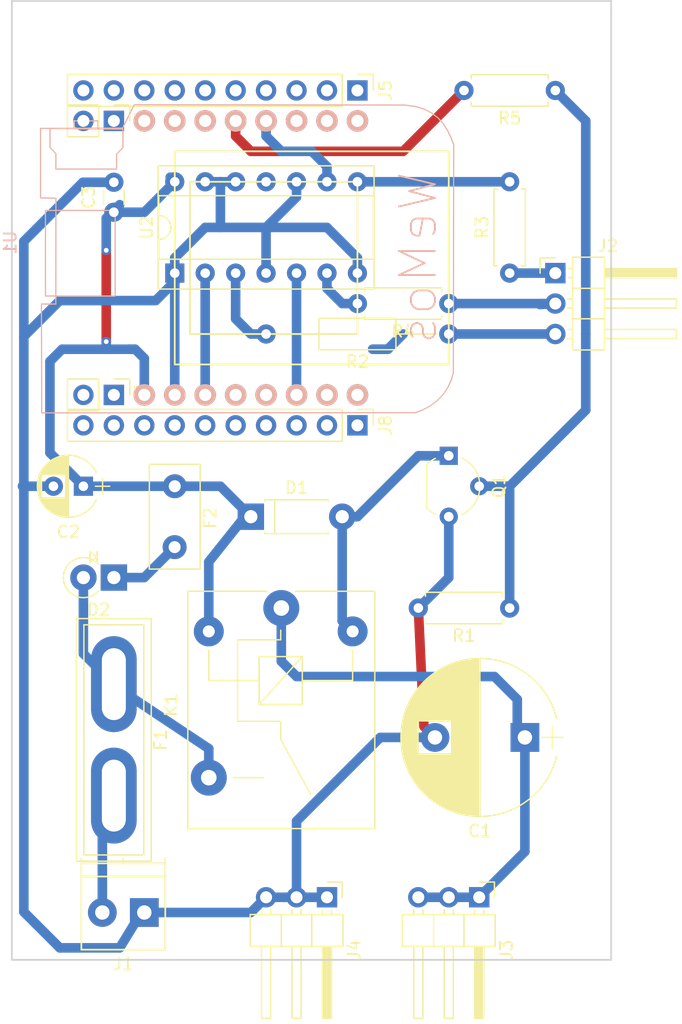
<source format=kicad_pcb>
(kicad_pcb (version 4) (host pcbnew 4.0.7)

  (general
    (links 43)
    (no_connects 0)
    (area 134.924999 69.924999 185.075001 150.075001)
    (thickness 1.6)
    (drawings 5)
    (tracks 142)
    (zones 0)
    (modules 24)
    (nets 19)
  )

  (page A4)
  (layers
    (0 F.Cu signal)
    (31 B.Cu signal)
    (32 B.Adhes user)
    (33 F.Adhes user)
    (34 B.Paste user)
    (35 F.Paste user)
    (36 B.SilkS user)
    (37 F.SilkS user)
    (38 B.Mask user)
    (39 F.Mask user)
    (40 Dwgs.User user)
    (41 Cmts.User user)
    (42 Eco1.User user)
    (43 Eco2.User user)
    (44 Edge.Cuts user)
    (45 Margin user)
    (46 B.CrtYd user)
    (47 F.CrtYd user)
    (48 B.Fab user)
    (49 F.Fab user)
  )

  (setup
    (last_trace_width 0.8)
    (trace_clearance 0.4)
    (zone_clearance 0.508)
    (zone_45_only no)
    (trace_min 0.2)
    (segment_width 0.2)
    (edge_width 0.15)
    (via_size 0.8)
    (via_drill 0.4)
    (via_min_size 0.4)
    (via_min_drill 0.3)
    (uvia_size 0.6)
    (uvia_drill 0.3)
    (uvias_allowed no)
    (uvia_min_size 0.2)
    (uvia_min_drill 0.1)
    (pcb_text_width 0.3)
    (pcb_text_size 1.5 1.5)
    (mod_edge_width 0.15)
    (mod_text_size 1 1)
    (mod_text_width 0.15)
    (pad_size 2.2 2.2)
    (pad_drill 1.1)
    (pad_to_mask_clearance 0.2)
    (aux_axis_origin 0 0)
    (visible_elements 7FFFFFFF)
    (pcbplotparams
      (layerselection 0x00030_80000001)
      (usegerberextensions false)
      (excludeedgelayer true)
      (linewidth 0.100000)
      (plotframeref false)
      (viasonmask false)
      (mode 1)
      (useauxorigin false)
      (hpglpennumber 1)
      (hpglpenspeed 20)
      (hpglpendiameter 15)
      (hpglpenoverlay 2)
      (psnegative false)
      (psa4output false)
      (plotreference true)
      (plotvalue true)
      (plotinvisibletext false)
      (padsonsilk false)
      (subtractmaskfromsilk false)
      (outputformat 4)
      (mirror false)
      (drillshape 0)
      (scaleselection 1)
      (outputdirectory ""))
  )

  (net 0 "")
  (net 1 +5V_LED)
  (net 2 GND)
  (net 3 +5V)
  (net 4 "Net-(D1-Pad2)")
  (net 5 "Net-(D2-Pad1)")
  (net 6 +VDC)
  (net 7 LED_OUT_1)
  (net 8 LED_OUT_2)
  (net 9 LED_OUT_3)
  (net 10 "Net-(Q1-Pad2)")
  (net 11 "Net-(R2-Pad2)")
  (net 12 "Net-(R3-Pad2)")
  (net 13 "Net-(R4-Pad2)")
  (net 14 RELAY)
  (net 15 LED2)
  (net 16 LED3)
  (net 17 LED1)
  (net 18 "Net-(F1-Pad2)")

  (net_class Default "This is the default net class."
    (clearance 0.4)
    (trace_width 0.8)
    (via_dia 0.8)
    (via_drill 0.4)
    (uvia_dia 0.6)
    (uvia_drill 0.3)
    (add_net +5V)
    (add_net +5V_LED)
    (add_net +VDC)
    (add_net GND)
    (add_net LED1)
    (add_net LED2)
    (add_net LED3)
    (add_net LED_OUT_1)
    (add_net LED_OUT_2)
    (add_net LED_OUT_3)
    (add_net "Net-(D1-Pad2)")
    (add_net "Net-(D2-Pad1)")
    (add_net "Net-(F1-Pad2)")
    (add_net "Net-(Q1-Pad2)")
    (add_net "Net-(R2-Pad2)")
    (add_net "Net-(R3-Pad2)")
    (add_net "Net-(R4-Pad2)")
    (add_net RELAY)
  )

  (module Resistors_THT:R_Axial_DIN0207_L6.3mm_D2.5mm_P15.24mm_Horizontal (layer F.Cu) (tedit 5874F706) (tstamp 5FB2B64E)
    (at 171.45 97.79 180)
    (descr "Resistor, Axial_DIN0207 series, Axial, Horizontal, pin pitch=15.24mm, 0.25W = 1/4W, length*diameter=6.3*2.5mm^2, http://cdn-reichelt.de/documents/datenblatt/B400/1_4W%23YAG.pdf")
    (tags "Resistor Axial_DIN0207 series Axial Horizontal pin pitch 15.24mm 0.25W = 1/4W length 6.3mm diameter 2.5mm")
    (path /5FB07030)
    (fp_text reference R2 (at 7.62 -2.31 180) (layer F.SilkS)
      (effects (font (size 1 1) (thickness 0.15)))
    )
    (fp_text value "100 - 500 ohm" (at 7.62 2.31 180) (layer F.Fab)
      (effects (font (size 1 1) (thickness 0.15)))
    )
    (fp_line (start 4.47 -1.25) (end 4.47 1.25) (layer F.Fab) (width 0.1))
    (fp_line (start 4.47 1.25) (end 10.77 1.25) (layer F.Fab) (width 0.1))
    (fp_line (start 10.77 1.25) (end 10.77 -1.25) (layer F.Fab) (width 0.1))
    (fp_line (start 10.77 -1.25) (end 4.47 -1.25) (layer F.Fab) (width 0.1))
    (fp_line (start 0 0) (end 4.47 0) (layer F.Fab) (width 0.1))
    (fp_line (start 15.24 0) (end 10.77 0) (layer F.Fab) (width 0.1))
    (fp_line (start 4.41 -1.31) (end 4.41 1.31) (layer F.SilkS) (width 0.12))
    (fp_line (start 4.41 1.31) (end 10.83 1.31) (layer F.SilkS) (width 0.12))
    (fp_line (start 10.83 1.31) (end 10.83 -1.31) (layer F.SilkS) (width 0.12))
    (fp_line (start 10.83 -1.31) (end 4.41 -1.31) (layer F.SilkS) (width 0.12))
    (fp_line (start 0.98 0) (end 4.41 0) (layer F.SilkS) (width 0.12))
    (fp_line (start 14.26 0) (end 10.83 0) (layer F.SilkS) (width 0.12))
    (fp_line (start -1.05 -1.6) (end -1.05 1.6) (layer F.CrtYd) (width 0.05))
    (fp_line (start -1.05 1.6) (end 16.3 1.6) (layer F.CrtYd) (width 0.05))
    (fp_line (start 16.3 1.6) (end 16.3 -1.6) (layer F.CrtYd) (width 0.05))
    (fp_line (start 16.3 -1.6) (end -1.05 -1.6) (layer F.CrtYd) (width 0.05))
    (pad 1 thru_hole circle (at 0 0 180) (size 1.6 1.6) (drill 0.8) (layers *.Cu *.Mask)
      (net 7 LED_OUT_1))
    (pad 2 thru_hole oval (at 15.24 0 180) (size 1.6 1.6) (drill 0.8) (layers *.Cu *.Mask)
      (net 11 "Net-(R2-Pad2)"))
    (model ${KISYS3DMOD}/Resistors_THT.3dshapes/R_Axial_DIN0207_L6.3mm_D2.5mm_P15.24mm_Horizontal.wrl
      (at (xyz 0 0 0))
      (scale (xyz 0.393701 0.393701 0.393701))
      (rotate (xyz 0 0 0))
    )
  )

  (module wemos_d1_mini:D1_mini_board (layer B.Cu) (tedit 5766F65E) (tstamp 5FB136D7)
    (at 153.67 91.44 90)
    (path /5FB049AB)
    (fp_text reference U1 (at 1.27 -18.81 90) (layer B.SilkS)
      (effects (font (size 1 1) (thickness 0.15)) (justify mirror))
    )
    (fp_text value WeMos_mini (at 1.27 19.05 90) (layer B.Fab)
      (effects (font (size 1 1) (thickness 0.15)) (justify mirror))
    )
    (fp_text user WeMos (at 0 15.24 90) (layer B.SilkS)
      (effects (font (size 3 3) (thickness 0.15)) (justify mirror))
    )
    (fp_line (start -6.35 -3.81) (end -6.35 10.16) (layer F.SilkS) (width 0.15))
    (fp_line (start -6.35 10.16) (end 6.35 10.16) (layer F.SilkS) (width 0.15))
    (fp_line (start 6.35 10.16) (end 6.35 -3.81) (layer F.SilkS) (width 0.15))
    (fp_line (start 6.35 -3.81) (end -6.35 -3.81) (layer F.SilkS) (width 0.15))
    (fp_line (start -8.89 -5.08) (end 8.89 -5.08) (layer F.SilkS) (width 0.15))
    (fp_line (start 8.89 -5.08) (end 8.89 17.78) (layer F.SilkS) (width 0.15))
    (fp_line (start 8.89 17.78) (end -8.89 17.78) (layer F.SilkS) (width 0.15))
    (fp_line (start -8.89 17.78) (end -8.89 -5.08) (layer F.SilkS) (width 0.15))
    (fp_line (start 10.817472 -16.277228) (end 5.00618 -16.277228) (layer B.SilkS) (width 0.1))
    (fp_line (start 5.00618 -16.277228) (end 4.979849 -14.993795) (layer B.SilkS) (width 0.1))
    (fp_line (start 4.979849 -14.993795) (end -3.851373 -15.000483) (layer B.SilkS) (width 0.1))
    (fp_line (start -3.851373 -15.000483) (end -3.849397 -16.202736) (layer B.SilkS) (width 0.1))
    (fp_line (start -3.849397 -16.202736) (end -12.930193 -16.176658) (layer B.SilkS) (width 0.1))
    (fp_line (start -12.930193 -16.176658) (end -12.916195 14.993493) (layer B.SilkS) (width 0.1))
    (fp_line (start -12.916195 14.993493) (end -12.683384 15.596286) (layer B.SilkS) (width 0.1))
    (fp_line (start -12.683384 15.596286) (end -12.399901 16.141167) (layer B.SilkS) (width 0.1))
    (fp_line (start -12.399901 16.141167) (end -12.065253 16.627577) (layer B.SilkS) (width 0.1))
    (fp_line (start -12.065253 16.627577) (end -11.678953 17.054952) (layer B.SilkS) (width 0.1))
    (fp_line (start -11.678953 17.054952) (end -11.240512 17.422741) (layer B.SilkS) (width 0.1))
    (fp_line (start -11.240512 17.422741) (end -10.74944 17.730377) (layer B.SilkS) (width 0.1))
    (fp_line (start -10.74944 17.730377) (end -10.20525 17.97731) (layer B.SilkS) (width 0.1))
    (fp_line (start -10.20525 17.97731) (end -9.607453 18.162976) (layer B.SilkS) (width 0.1))
    (fp_line (start -9.607453 18.162976) (end 9.43046 18.191734) (layer B.SilkS) (width 0.1))
    (fp_line (start 9.43046 18.191734) (end 10.049824 17.957741) (layer B.SilkS) (width 0.1))
    (fp_line (start 10.049824 17.957741) (end 10.638018 17.673258) (layer B.SilkS) (width 0.1))
    (fp_line (start 10.638018 17.673258) (end 11.181445 17.323743) (layer B.SilkS) (width 0.1))
    (fp_line (start 11.181445 17.323743) (end 11.666503 16.894658) (layer B.SilkS) (width 0.1))
    (fp_line (start 11.666503 16.894658) (end 12.079595 16.37146) (layer B.SilkS) (width 0.1))
    (fp_line (start 12.079595 16.37146) (end 12.407122 15.739613) (layer B.SilkS) (width 0.1))
    (fp_line (start 12.407122 15.739613) (end 12.635482 14.984575) (layer B.SilkS) (width 0.1))
    (fp_line (start 12.635482 14.984575) (end 12.751078 14.091807) (layer B.SilkS) (width 0.1))
    (fp_line (start 12.751078 14.091807) (end 12.776026 -8.463285) (layer B.SilkS) (width 0.1))
    (fp_line (start 12.776026 -8.463285) (end 10.83248 -9.424181) (layer B.SilkS) (width 0.1))
    (fp_line (start 10.83248 -9.424181) (end 10.802686 -16.232524) (layer B.SilkS) (width 0.1))
    (fp_line (start -3.17965 -10.051451) (end 3.959931 -10.051451) (layer B.SilkS) (width 0.1))
    (fp_line (start 3.959931 -10.051451) (end 3.959931 -15.865188) (layer B.SilkS) (width 0.1))
    (fp_line (start 3.959931 -15.865188) (end -3.17965 -15.865188) (layer B.SilkS) (width 0.1))
    (fp_line (start -3.17965 -15.865188) (end -3.17965 -10.051451) (layer B.SilkS) (width 0.1))
    (fp_line (start 10.7436 -9.402349) (end 9.191378 -9.402349) (layer B.SilkS) (width 0.1))
    (fp_line (start 9.191378 -9.402349) (end 8.662211 -9.931515) (layer B.SilkS) (width 0.1))
    (fp_line (start 8.662211 -9.931515) (end 7.40985 -9.931515) (layer B.SilkS) (width 0.1))
    (fp_line (start 7.40985 -9.931515) (end 7.40985 -14.993876) (layer B.SilkS) (width 0.1))
    (fp_line (start 7.40985 -14.993876) (end 8.697489 -14.993876) (layer B.SilkS) (width 0.1))
    (fp_line (start 8.697489 -14.993876) (end 9.226656 -15.487765) (layer B.SilkS) (width 0.1))
    (fp_line (start 9.226656 -15.487765) (end 10.796517 -15.487765) (layer B.SilkS) (width 0.1))
    (fp_line (start 10.796517 -15.487765) (end 10.7436 -9.402349) (layer B.SilkS) (width 0.1))
    (fp_line (start 10.778878 -11.483738) (end 11.431517 -11.483738) (layer B.SilkS) (width 0.1))
    (fp_line (start 11.431517 -11.483738) (end 11.431517 -13.476932) (layer B.SilkS) (width 0.1))
    (fp_line (start 11.431517 -13.476932) (end 10.814156 -13.476932) (layer B.SilkS) (width 0.1))
    (pad 8 thru_hole circle (at -11.43 10.16 90) (size 1.8 1.8) (drill 1.016) (layers *.Cu *.Mask B.SilkS))
    (pad 7 thru_hole circle (at -11.43 7.62 90) (size 1.8 1.8) (drill 1.016) (layers *.Cu *.Mask B.SilkS))
    (pad 6 thru_hole circle (at -11.43 5.08 90) (size 1.8 1.8) (drill 1.016) (layers *.Cu *.Mask B.SilkS)
      (net 16 LED3))
    (pad 5 thru_hole circle (at -11.43 2.54 90) (size 1.8 1.8) (drill 1.016) (layers *.Cu *.Mask B.SilkS))
    (pad 4 thru_hole circle (at -11.43 0 90) (size 1.8 1.8) (drill 1.016) (layers *.Cu *.Mask B.SilkS))
    (pad 3 thru_hole circle (at -11.43 -2.54 90) (size 1.8 1.8) (drill 1.016) (layers *.Cu *.Mask B.SilkS)
      (net 17 LED1))
    (pad 2 thru_hole circle (at -11.43 -5.08 90) (size 1.8 1.8) (drill 1.016) (layers *.Cu *.Mask B.SilkS)
      (net 2 GND))
    (pad 1 thru_hole circle (at -11.43 -7.62 90) (size 1.8 1.8) (drill 1.016) (layers *.Cu *.Mask B.SilkS)
      (net 3 +5V))
    (pad 16 thru_hole circle (at 11.43 -7.62 90) (size 1.8 1.8) (drill 1.016) (layers *.Cu *.Mask B.SilkS))
    (pad 15 thru_hole circle (at 11.43 -5.08 90) (size 1.8 1.8) (drill 1.016) (layers *.Cu *.Mask B.SilkS))
    (pad 14 thru_hole circle (at 11.43 -2.54 90) (size 1.8 1.8) (drill 1.016) (layers *.Cu *.Mask B.SilkS))
    (pad 13 thru_hole circle (at 11.43 0 90) (size 1.8 1.8) (drill 1.016) (layers *.Cu *.Mask B.SilkS)
      (net 14 RELAY))
    (pad 12 thru_hole circle (at 11.43 2.54 90) (size 1.8 1.8) (drill 1.016) (layers *.Cu *.Mask B.SilkS)
      (net 15 LED2))
    (pad 11 thru_hole circle (at 11.43 5.08 90) (size 1.8 1.8) (drill 1.016) (layers *.Cu *.Mask B.SilkS))
    (pad 10 thru_hole circle (at 11.43 7.62 90) (size 1.8 1.8) (drill 1.016) (layers *.Cu *.Mask B.SilkS))
    (pad 9 thru_hole circle (at 11.43 10.16 90) (size 1.8 1.8) (drill 1.016) (layers *.Cu *.Mask B.SilkS))
  )

  (module Housings_DIP:DIP-14_W7.62mm_Socket (layer F.Cu) (tedit 59C78D6B) (tstamp 5FB136E9)
    (at 148.59 92.71 90)
    (descr "14-lead though-hole mounted DIP package, row spacing 7.62 mm (300 mils), Socket")
    (tags "THT DIP DIL PDIP 2.54mm 7.62mm 300mil Socket")
    (path /5FB06383)
    (fp_text reference U2 (at 3.81 -2.33 90) (layer F.SilkS)
      (effects (font (size 1 1) (thickness 0.15)))
    )
    (fp_text value SN74AHCT125 (at 3.81 17.57 90) (layer F.Fab)
      (effects (font (size 1 1) (thickness 0.15)))
    )
    (fp_arc (start 3.81 -1.33) (end 2.81 -1.33) (angle -180) (layer F.SilkS) (width 0.12))
    (fp_line (start 1.635 -1.27) (end 6.985 -1.27) (layer F.Fab) (width 0.1))
    (fp_line (start 6.985 -1.27) (end 6.985 16.51) (layer F.Fab) (width 0.1))
    (fp_line (start 6.985 16.51) (end 0.635 16.51) (layer F.Fab) (width 0.1))
    (fp_line (start 0.635 16.51) (end 0.635 -0.27) (layer F.Fab) (width 0.1))
    (fp_line (start 0.635 -0.27) (end 1.635 -1.27) (layer F.Fab) (width 0.1))
    (fp_line (start -1.27 -1.33) (end -1.27 16.57) (layer F.Fab) (width 0.1))
    (fp_line (start -1.27 16.57) (end 8.89 16.57) (layer F.Fab) (width 0.1))
    (fp_line (start 8.89 16.57) (end 8.89 -1.33) (layer F.Fab) (width 0.1))
    (fp_line (start 8.89 -1.33) (end -1.27 -1.33) (layer F.Fab) (width 0.1))
    (fp_line (start 2.81 -1.33) (end 1.16 -1.33) (layer F.SilkS) (width 0.12))
    (fp_line (start 1.16 -1.33) (end 1.16 16.57) (layer F.SilkS) (width 0.12))
    (fp_line (start 1.16 16.57) (end 6.46 16.57) (layer F.SilkS) (width 0.12))
    (fp_line (start 6.46 16.57) (end 6.46 -1.33) (layer F.SilkS) (width 0.12))
    (fp_line (start 6.46 -1.33) (end 4.81 -1.33) (layer F.SilkS) (width 0.12))
    (fp_line (start -1.33 -1.39) (end -1.33 16.63) (layer F.SilkS) (width 0.12))
    (fp_line (start -1.33 16.63) (end 8.95 16.63) (layer F.SilkS) (width 0.12))
    (fp_line (start 8.95 16.63) (end 8.95 -1.39) (layer F.SilkS) (width 0.12))
    (fp_line (start 8.95 -1.39) (end -1.33 -1.39) (layer F.SilkS) (width 0.12))
    (fp_line (start -1.55 -1.6) (end -1.55 16.85) (layer F.CrtYd) (width 0.05))
    (fp_line (start -1.55 16.85) (end 9.15 16.85) (layer F.CrtYd) (width 0.05))
    (fp_line (start 9.15 16.85) (end 9.15 -1.6) (layer F.CrtYd) (width 0.05))
    (fp_line (start 9.15 -1.6) (end -1.55 -1.6) (layer F.CrtYd) (width 0.05))
    (fp_text user %R (at 3.81 7.62 90) (layer F.Fab)
      (effects (font (size 1 1) (thickness 0.15)))
    )
    (pad 1 thru_hole rect (at 0 0 90) (size 1.6 1.6) (drill 0.8) (layers *.Cu *.Mask)
      (net 2 GND))
    (pad 8 thru_hole oval (at 7.62 15.24 90) (size 1.6 1.6) (drill 0.8) (layers *.Cu *.Mask)
      (net 12 "Net-(R3-Pad2)"))
    (pad 2 thru_hole oval (at 0 2.54 90) (size 1.6 1.6) (drill 0.8) (layers *.Cu *.Mask)
      (net 17 LED1))
    (pad 9 thru_hole oval (at 7.62 12.7 90) (size 1.6 1.6) (drill 0.8) (layers *.Cu *.Mask)
      (net 15 LED2))
    (pad 3 thru_hole oval (at 0 5.08 90) (size 1.6 1.6) (drill 0.8) (layers *.Cu *.Mask)
      (net 11 "Net-(R2-Pad2)"))
    (pad 10 thru_hole oval (at 7.62 10.16 90) (size 1.6 1.6) (drill 0.8) (layers *.Cu *.Mask)
      (net 2 GND))
    (pad 4 thru_hole oval (at 0 7.62 90) (size 1.6 1.6) (drill 0.8) (layers *.Cu *.Mask)
      (net 2 GND))
    (pad 11 thru_hole oval (at 7.62 7.62 90) (size 1.6 1.6) (drill 0.8) (layers *.Cu *.Mask))
    (pad 5 thru_hole oval (at 0 10.16 90) (size 1.6 1.6) (drill 0.8) (layers *.Cu *.Mask)
      (net 16 LED3))
    (pad 12 thru_hole oval (at 7.62 5.08 90) (size 1.6 1.6) (drill 0.8) (layers *.Cu *.Mask)
      (net 2 GND))
    (pad 6 thru_hole oval (at 0 12.7 90) (size 1.6 1.6) (drill 0.8) (layers *.Cu *.Mask)
      (net 13 "Net-(R4-Pad2)"))
    (pad 13 thru_hole oval (at 7.62 2.54 90) (size 1.6 1.6) (drill 0.8) (layers *.Cu *.Mask)
      (net 2 GND))
    (pad 7 thru_hole oval (at 0 15.24 90) (size 1.6 1.6) (drill 0.8) (layers *.Cu *.Mask)
      (net 2 GND))
    (pad 14 thru_hole oval (at 7.62 0 90) (size 1.6 1.6) (drill 0.8) (layers *.Cu *.Mask)
      (net 3 +5V))
    (model ${KISYS3DMOD}/Housings_DIP.3dshapes/DIP-14_W7.62mm_Socket.wrl
      (at (xyz 0 0 0))
      (scale (xyz 1 1 1))
      (rotate (xyz 0 0 0))
    )
  )

  (module Capacitors_THT:CP_Radial_D13.0mm_P7.50mm (layer F.Cu) (tedit 597BC7C2) (tstamp 5FB13665)
    (at 177.8 131.445 180)
    (descr "CP, Radial series, Radial, pin pitch=7.50mm, , diameter=13mm, Electrolytic Capacitor")
    (tags "CP Radial series Radial pin pitch 7.50mm  diameter 13mm Electrolytic Capacitor")
    (path /5FB05053)
    (fp_text reference C1 (at 3.75 -7.81 180) (layer F.SilkS)
      (effects (font (size 1 1) (thickness 0.15)))
    )
    (fp_text value 1000uF (at 3.75 7.81 180) (layer F.Fab)
      (effects (font (size 1 1) (thickness 0.15)))
    )
    (fp_arc (start 3.75 0) (end -2.647789 -1.58) (angle 152.3) (layer F.SilkS) (width 0.12))
    (fp_arc (start 3.75 0) (end -2.647789 1.58) (angle -152.3) (layer F.SilkS) (width 0.12))
    (fp_arc (start 3.75 0) (end 10.147789 -1.58) (angle 27.7) (layer F.SilkS) (width 0.12))
    (fp_circle (center 3.75 0) (end 10.25 0) (layer F.Fab) (width 0.1))
    (fp_line (start -3.2 0) (end -1.4 0) (layer F.Fab) (width 0.1))
    (fp_line (start -2.3 -0.9) (end -2.3 0.9) (layer F.Fab) (width 0.1))
    (fp_line (start 3.75 -6.55) (end 3.75 6.55) (layer F.SilkS) (width 0.12))
    (fp_line (start 3.79 -6.55) (end 3.79 6.55) (layer F.SilkS) (width 0.12))
    (fp_line (start 3.83 -6.55) (end 3.83 6.55) (layer F.SilkS) (width 0.12))
    (fp_line (start 3.87 -6.549) (end 3.87 6.549) (layer F.SilkS) (width 0.12))
    (fp_line (start 3.91 -6.549) (end 3.91 6.549) (layer F.SilkS) (width 0.12))
    (fp_line (start 3.95 -6.547) (end 3.95 6.547) (layer F.SilkS) (width 0.12))
    (fp_line (start 3.99 -6.546) (end 3.99 6.546) (layer F.SilkS) (width 0.12))
    (fp_line (start 4.03 -6.545) (end 4.03 6.545) (layer F.SilkS) (width 0.12))
    (fp_line (start 4.07 -6.543) (end 4.07 6.543) (layer F.SilkS) (width 0.12))
    (fp_line (start 4.11 -6.541) (end 4.11 6.541) (layer F.SilkS) (width 0.12))
    (fp_line (start 4.15 -6.538) (end 4.15 6.538) (layer F.SilkS) (width 0.12))
    (fp_line (start 4.19 -6.536) (end 4.19 6.536) (layer F.SilkS) (width 0.12))
    (fp_line (start 4.23 -6.533) (end 4.23 6.533) (layer F.SilkS) (width 0.12))
    (fp_line (start 4.27 -6.53) (end 4.27 6.53) (layer F.SilkS) (width 0.12))
    (fp_line (start 4.31 -6.527) (end 4.31 6.527) (layer F.SilkS) (width 0.12))
    (fp_line (start 4.35 -6.523) (end 4.35 6.523) (layer F.SilkS) (width 0.12))
    (fp_line (start 4.39 -6.519) (end 4.39 6.519) (layer F.SilkS) (width 0.12))
    (fp_line (start 4.43 -6.515) (end 4.43 6.515) (layer F.SilkS) (width 0.12))
    (fp_line (start 4.471 -6.511) (end 4.471 6.511) (layer F.SilkS) (width 0.12))
    (fp_line (start 4.511 -6.507) (end 4.511 6.507) (layer F.SilkS) (width 0.12))
    (fp_line (start 4.551 -6.502) (end 4.551 6.502) (layer F.SilkS) (width 0.12))
    (fp_line (start 4.591 -6.497) (end 4.591 6.497) (layer F.SilkS) (width 0.12))
    (fp_line (start 4.631 -6.491) (end 4.631 6.491) (layer F.SilkS) (width 0.12))
    (fp_line (start 4.671 -6.486) (end 4.671 6.486) (layer F.SilkS) (width 0.12))
    (fp_line (start 4.711 -6.48) (end 4.711 6.48) (layer F.SilkS) (width 0.12))
    (fp_line (start 4.751 -6.474) (end 4.751 6.474) (layer F.SilkS) (width 0.12))
    (fp_line (start 4.791 -6.468) (end 4.791 6.468) (layer F.SilkS) (width 0.12))
    (fp_line (start 4.831 -6.461) (end 4.831 6.461) (layer F.SilkS) (width 0.12))
    (fp_line (start 4.871 -6.455) (end 4.871 6.455) (layer F.SilkS) (width 0.12))
    (fp_line (start 4.911 -6.448) (end 4.911 6.448) (layer F.SilkS) (width 0.12))
    (fp_line (start 4.951 -6.44) (end 4.951 6.44) (layer F.SilkS) (width 0.12))
    (fp_line (start 4.991 -6.433) (end 4.991 6.433) (layer F.SilkS) (width 0.12))
    (fp_line (start 5.031 -6.425) (end 5.031 6.425) (layer F.SilkS) (width 0.12))
    (fp_line (start 5.071 -6.417) (end 5.071 6.417) (layer F.SilkS) (width 0.12))
    (fp_line (start 5.111 -6.409) (end 5.111 6.409) (layer F.SilkS) (width 0.12))
    (fp_line (start 5.151 -6.4) (end 5.151 6.4) (layer F.SilkS) (width 0.12))
    (fp_line (start 5.191 -6.391) (end 5.191 6.391) (layer F.SilkS) (width 0.12))
    (fp_line (start 5.231 -6.382) (end 5.231 6.382) (layer F.SilkS) (width 0.12))
    (fp_line (start 5.271 -6.373) (end 5.271 6.373) (layer F.SilkS) (width 0.12))
    (fp_line (start 5.311 -6.363) (end 5.311 6.363) (layer F.SilkS) (width 0.12))
    (fp_line (start 5.351 -6.353) (end 5.351 6.353) (layer F.SilkS) (width 0.12))
    (fp_line (start 5.391 -6.343) (end 5.391 6.343) (layer F.SilkS) (width 0.12))
    (fp_line (start 5.431 -6.333) (end 5.431 6.333) (layer F.SilkS) (width 0.12))
    (fp_line (start 5.471 -6.322) (end 5.471 6.322) (layer F.SilkS) (width 0.12))
    (fp_line (start 5.511 -6.311) (end 5.511 6.311) (layer F.SilkS) (width 0.12))
    (fp_line (start 5.551 -6.3) (end 5.551 6.3) (layer F.SilkS) (width 0.12))
    (fp_line (start 5.591 -6.288) (end 5.591 6.288) (layer F.SilkS) (width 0.12))
    (fp_line (start 5.631 -6.277) (end 5.631 6.277) (layer F.SilkS) (width 0.12))
    (fp_line (start 5.671 -6.265) (end 5.671 6.265) (layer F.SilkS) (width 0.12))
    (fp_line (start 5.711 -6.252) (end 5.711 6.252) (layer F.SilkS) (width 0.12))
    (fp_line (start 5.751 -6.24) (end 5.751 6.24) (layer F.SilkS) (width 0.12))
    (fp_line (start 5.791 -6.227) (end 5.791 6.227) (layer F.SilkS) (width 0.12))
    (fp_line (start 5.831 -6.214) (end 5.831 6.214) (layer F.SilkS) (width 0.12))
    (fp_line (start 5.871 -6.2) (end 5.871 6.2) (layer F.SilkS) (width 0.12))
    (fp_line (start 5.911 -6.186) (end 5.911 6.186) (layer F.SilkS) (width 0.12))
    (fp_line (start 5.951 -6.172) (end 5.951 6.172) (layer F.SilkS) (width 0.12))
    (fp_line (start 5.991 -6.158) (end 5.991 6.158) (layer F.SilkS) (width 0.12))
    (fp_line (start 6.031 -6.144) (end 6.031 6.144) (layer F.SilkS) (width 0.12))
    (fp_line (start 6.071 -6.129) (end 6.071 6.129) (layer F.SilkS) (width 0.12))
    (fp_line (start 6.111 -6.113) (end 6.111 6.113) (layer F.SilkS) (width 0.12))
    (fp_line (start 6.151 -6.098) (end 6.151 -1.38) (layer F.SilkS) (width 0.12))
    (fp_line (start 6.151 1.38) (end 6.151 6.098) (layer F.SilkS) (width 0.12))
    (fp_line (start 6.191 -6.082) (end 6.191 -1.38) (layer F.SilkS) (width 0.12))
    (fp_line (start 6.191 1.38) (end 6.191 6.082) (layer F.SilkS) (width 0.12))
    (fp_line (start 6.231 -6.066) (end 6.231 -1.38) (layer F.SilkS) (width 0.12))
    (fp_line (start 6.231 1.38) (end 6.231 6.066) (layer F.SilkS) (width 0.12))
    (fp_line (start 6.271 -6.05) (end 6.271 -1.38) (layer F.SilkS) (width 0.12))
    (fp_line (start 6.271 1.38) (end 6.271 6.05) (layer F.SilkS) (width 0.12))
    (fp_line (start 6.311 -6.033) (end 6.311 -1.38) (layer F.SilkS) (width 0.12))
    (fp_line (start 6.311 1.38) (end 6.311 6.033) (layer F.SilkS) (width 0.12))
    (fp_line (start 6.351 -6.016) (end 6.351 -1.38) (layer F.SilkS) (width 0.12))
    (fp_line (start 6.351 1.38) (end 6.351 6.016) (layer F.SilkS) (width 0.12))
    (fp_line (start 6.391 -5.999) (end 6.391 -1.38) (layer F.SilkS) (width 0.12))
    (fp_line (start 6.391 1.38) (end 6.391 5.999) (layer F.SilkS) (width 0.12))
    (fp_line (start 6.431 -5.981) (end 6.431 -1.38) (layer F.SilkS) (width 0.12))
    (fp_line (start 6.431 1.38) (end 6.431 5.981) (layer F.SilkS) (width 0.12))
    (fp_line (start 6.471 -5.963) (end 6.471 -1.38) (layer F.SilkS) (width 0.12))
    (fp_line (start 6.471 1.38) (end 6.471 5.963) (layer F.SilkS) (width 0.12))
    (fp_line (start 6.511 -5.945) (end 6.511 -1.38) (layer F.SilkS) (width 0.12))
    (fp_line (start 6.511 1.38) (end 6.511 5.945) (layer F.SilkS) (width 0.12))
    (fp_line (start 6.551 -5.926) (end 6.551 -1.38) (layer F.SilkS) (width 0.12))
    (fp_line (start 6.551 1.38) (end 6.551 5.926) (layer F.SilkS) (width 0.12))
    (fp_line (start 6.591 -5.907) (end 6.591 -1.38) (layer F.SilkS) (width 0.12))
    (fp_line (start 6.591 1.38) (end 6.591 5.907) (layer F.SilkS) (width 0.12))
    (fp_line (start 6.631 -5.888) (end 6.631 -1.38) (layer F.SilkS) (width 0.12))
    (fp_line (start 6.631 1.38) (end 6.631 5.888) (layer F.SilkS) (width 0.12))
    (fp_line (start 6.671 -5.868) (end 6.671 -1.38) (layer F.SilkS) (width 0.12))
    (fp_line (start 6.671 1.38) (end 6.671 5.868) (layer F.SilkS) (width 0.12))
    (fp_line (start 6.711 -5.848) (end 6.711 -1.38) (layer F.SilkS) (width 0.12))
    (fp_line (start 6.711 1.38) (end 6.711 5.848) (layer F.SilkS) (width 0.12))
    (fp_line (start 6.751 -5.828) (end 6.751 -1.38) (layer F.SilkS) (width 0.12))
    (fp_line (start 6.751 1.38) (end 6.751 5.828) (layer F.SilkS) (width 0.12))
    (fp_line (start 6.791 -5.807) (end 6.791 -1.38) (layer F.SilkS) (width 0.12))
    (fp_line (start 6.791 1.38) (end 6.791 5.807) (layer F.SilkS) (width 0.12))
    (fp_line (start 6.831 -5.786) (end 6.831 -1.38) (layer F.SilkS) (width 0.12))
    (fp_line (start 6.831 1.38) (end 6.831 5.786) (layer F.SilkS) (width 0.12))
    (fp_line (start 6.871 -5.765) (end 6.871 -1.38) (layer F.SilkS) (width 0.12))
    (fp_line (start 6.871 1.38) (end 6.871 5.765) (layer F.SilkS) (width 0.12))
    (fp_line (start 6.911 -5.743) (end 6.911 -1.38) (layer F.SilkS) (width 0.12))
    (fp_line (start 6.911 1.38) (end 6.911 5.743) (layer F.SilkS) (width 0.12))
    (fp_line (start 6.951 -5.721) (end 6.951 -1.38) (layer F.SilkS) (width 0.12))
    (fp_line (start 6.951 1.38) (end 6.951 5.721) (layer F.SilkS) (width 0.12))
    (fp_line (start 6.991 -5.699) (end 6.991 -1.38) (layer F.SilkS) (width 0.12))
    (fp_line (start 6.991 1.38) (end 6.991 5.699) (layer F.SilkS) (width 0.12))
    (fp_line (start 7.031 -5.676) (end 7.031 -1.38) (layer F.SilkS) (width 0.12))
    (fp_line (start 7.031 1.38) (end 7.031 5.676) (layer F.SilkS) (width 0.12))
    (fp_line (start 7.071 -5.653) (end 7.071 -1.38) (layer F.SilkS) (width 0.12))
    (fp_line (start 7.071 1.38) (end 7.071 5.653) (layer F.SilkS) (width 0.12))
    (fp_line (start 7.111 -5.63) (end 7.111 -1.38) (layer F.SilkS) (width 0.12))
    (fp_line (start 7.111 1.38) (end 7.111 5.63) (layer F.SilkS) (width 0.12))
    (fp_line (start 7.151 -5.606) (end 7.151 -1.38) (layer F.SilkS) (width 0.12))
    (fp_line (start 7.151 1.38) (end 7.151 5.606) (layer F.SilkS) (width 0.12))
    (fp_line (start 7.191 -5.581) (end 7.191 -1.38) (layer F.SilkS) (width 0.12))
    (fp_line (start 7.191 1.38) (end 7.191 5.581) (layer F.SilkS) (width 0.12))
    (fp_line (start 7.231 -5.557) (end 7.231 -1.38) (layer F.SilkS) (width 0.12))
    (fp_line (start 7.231 1.38) (end 7.231 5.557) (layer F.SilkS) (width 0.12))
    (fp_line (start 7.271 -5.532) (end 7.271 -1.38) (layer F.SilkS) (width 0.12))
    (fp_line (start 7.271 1.38) (end 7.271 5.532) (layer F.SilkS) (width 0.12))
    (fp_line (start 7.311 -5.506) (end 7.311 -1.38) (layer F.SilkS) (width 0.12))
    (fp_line (start 7.311 1.38) (end 7.311 5.506) (layer F.SilkS) (width 0.12))
    (fp_line (start 7.351 -5.48) (end 7.351 -1.38) (layer F.SilkS) (width 0.12))
    (fp_line (start 7.351 1.38) (end 7.351 5.48) (layer F.SilkS) (width 0.12))
    (fp_line (start 7.391 -5.454) (end 7.391 -1.38) (layer F.SilkS) (width 0.12))
    (fp_line (start 7.391 1.38) (end 7.391 5.454) (layer F.SilkS) (width 0.12))
    (fp_line (start 7.431 -5.427) (end 7.431 -1.38) (layer F.SilkS) (width 0.12))
    (fp_line (start 7.431 1.38) (end 7.431 5.427) (layer F.SilkS) (width 0.12))
    (fp_line (start 7.471 -5.4) (end 7.471 -1.38) (layer F.SilkS) (width 0.12))
    (fp_line (start 7.471 1.38) (end 7.471 5.4) (layer F.SilkS) (width 0.12))
    (fp_line (start 7.511 -5.373) (end 7.511 -1.38) (layer F.SilkS) (width 0.12))
    (fp_line (start 7.511 1.38) (end 7.511 5.373) (layer F.SilkS) (width 0.12))
    (fp_line (start 7.551 -5.345) (end 7.551 -1.38) (layer F.SilkS) (width 0.12))
    (fp_line (start 7.551 1.38) (end 7.551 5.345) (layer F.SilkS) (width 0.12))
    (fp_line (start 7.591 -5.316) (end 7.591 -1.38) (layer F.SilkS) (width 0.12))
    (fp_line (start 7.591 1.38) (end 7.591 5.316) (layer F.SilkS) (width 0.12))
    (fp_line (start 7.631 -5.287) (end 7.631 -1.38) (layer F.SilkS) (width 0.12))
    (fp_line (start 7.631 1.38) (end 7.631 5.287) (layer F.SilkS) (width 0.12))
    (fp_line (start 7.671 -5.258) (end 7.671 -1.38) (layer F.SilkS) (width 0.12))
    (fp_line (start 7.671 1.38) (end 7.671 5.258) (layer F.SilkS) (width 0.12))
    (fp_line (start 7.711 -5.228) (end 7.711 -1.38) (layer F.SilkS) (width 0.12))
    (fp_line (start 7.711 1.38) (end 7.711 5.228) (layer F.SilkS) (width 0.12))
    (fp_line (start 7.751 -5.198) (end 7.751 -1.38) (layer F.SilkS) (width 0.12))
    (fp_line (start 7.751 1.38) (end 7.751 5.198) (layer F.SilkS) (width 0.12))
    (fp_line (start 7.791 -5.167) (end 7.791 -1.38) (layer F.SilkS) (width 0.12))
    (fp_line (start 7.791 1.38) (end 7.791 5.167) (layer F.SilkS) (width 0.12))
    (fp_line (start 7.831 -5.136) (end 7.831 -1.38) (layer F.SilkS) (width 0.12))
    (fp_line (start 7.831 1.38) (end 7.831 5.136) (layer F.SilkS) (width 0.12))
    (fp_line (start 7.871 -5.104) (end 7.871 -1.38) (layer F.SilkS) (width 0.12))
    (fp_line (start 7.871 1.38) (end 7.871 5.104) (layer F.SilkS) (width 0.12))
    (fp_line (start 7.911 -5.072) (end 7.911 -1.38) (layer F.SilkS) (width 0.12))
    (fp_line (start 7.911 1.38) (end 7.911 5.072) (layer F.SilkS) (width 0.12))
    (fp_line (start 7.951 -5.039) (end 7.951 -1.38) (layer F.SilkS) (width 0.12))
    (fp_line (start 7.951 1.38) (end 7.951 5.039) (layer F.SilkS) (width 0.12))
    (fp_line (start 7.991 -5.005) (end 7.991 -1.38) (layer F.SilkS) (width 0.12))
    (fp_line (start 7.991 1.38) (end 7.991 5.005) (layer F.SilkS) (width 0.12))
    (fp_line (start 8.031 -4.971) (end 8.031 -1.38) (layer F.SilkS) (width 0.12))
    (fp_line (start 8.031 1.38) (end 8.031 4.971) (layer F.SilkS) (width 0.12))
    (fp_line (start 8.071 -4.937) (end 8.071 -1.38) (layer F.SilkS) (width 0.12))
    (fp_line (start 8.071 1.38) (end 8.071 4.937) (layer F.SilkS) (width 0.12))
    (fp_line (start 8.111 -4.902) (end 8.111 -1.38) (layer F.SilkS) (width 0.12))
    (fp_line (start 8.111 1.38) (end 8.111 4.902) (layer F.SilkS) (width 0.12))
    (fp_line (start 8.151 -4.866) (end 8.151 -1.38) (layer F.SilkS) (width 0.12))
    (fp_line (start 8.151 1.38) (end 8.151 4.866) (layer F.SilkS) (width 0.12))
    (fp_line (start 8.191 -4.83) (end 8.191 -1.38) (layer F.SilkS) (width 0.12))
    (fp_line (start 8.191 1.38) (end 8.191 4.83) (layer F.SilkS) (width 0.12))
    (fp_line (start 8.231 -4.793) (end 8.231 -1.38) (layer F.SilkS) (width 0.12))
    (fp_line (start 8.231 1.38) (end 8.231 4.793) (layer F.SilkS) (width 0.12))
    (fp_line (start 8.271 -4.756) (end 8.271 -1.38) (layer F.SilkS) (width 0.12))
    (fp_line (start 8.271 1.38) (end 8.271 4.756) (layer F.SilkS) (width 0.12))
    (fp_line (start 8.311 -4.718) (end 8.311 -1.38) (layer F.SilkS) (width 0.12))
    (fp_line (start 8.311 1.38) (end 8.311 4.718) (layer F.SilkS) (width 0.12))
    (fp_line (start 8.351 -4.679) (end 8.351 -1.38) (layer F.SilkS) (width 0.12))
    (fp_line (start 8.351 1.38) (end 8.351 4.679) (layer F.SilkS) (width 0.12))
    (fp_line (start 8.391 -4.64) (end 8.391 -1.38) (layer F.SilkS) (width 0.12))
    (fp_line (start 8.391 1.38) (end 8.391 4.64) (layer F.SilkS) (width 0.12))
    (fp_line (start 8.431 -4.6) (end 8.431 -1.38) (layer F.SilkS) (width 0.12))
    (fp_line (start 8.431 1.38) (end 8.431 4.6) (layer F.SilkS) (width 0.12))
    (fp_line (start 8.471 -4.559) (end 8.471 -1.38) (layer F.SilkS) (width 0.12))
    (fp_line (start 8.471 1.38) (end 8.471 4.559) (layer F.SilkS) (width 0.12))
    (fp_line (start 8.511 -4.518) (end 8.511 -1.38) (layer F.SilkS) (width 0.12))
    (fp_line (start 8.511 1.38) (end 8.511 4.518) (layer F.SilkS) (width 0.12))
    (fp_line (start 8.551 -4.476) (end 8.551 -1.38) (layer F.SilkS) (width 0.12))
    (fp_line (start 8.551 1.38) (end 8.551 4.476) (layer F.SilkS) (width 0.12))
    (fp_line (start 8.591 -4.433) (end 8.591 -1.38) (layer F.SilkS) (width 0.12))
    (fp_line (start 8.591 1.38) (end 8.591 4.433) (layer F.SilkS) (width 0.12))
    (fp_line (start 8.631 -4.389) (end 8.631 -1.38) (layer F.SilkS) (width 0.12))
    (fp_line (start 8.631 1.38) (end 8.631 4.389) (layer F.SilkS) (width 0.12))
    (fp_line (start 8.671 -4.345) (end 8.671 -1.38) (layer F.SilkS) (width 0.12))
    (fp_line (start 8.671 1.38) (end 8.671 4.345) (layer F.SilkS) (width 0.12))
    (fp_line (start 8.711 -4.299) (end 8.711 -1.38) (layer F.SilkS) (width 0.12))
    (fp_line (start 8.711 1.38) (end 8.711 4.299) (layer F.SilkS) (width 0.12))
    (fp_line (start 8.751 -4.253) (end 8.751 -1.38) (layer F.SilkS) (width 0.12))
    (fp_line (start 8.751 1.38) (end 8.751 4.253) (layer F.SilkS) (width 0.12))
    (fp_line (start 8.791 -4.206) (end 8.791 -1.38) (layer F.SilkS) (width 0.12))
    (fp_line (start 8.791 1.38) (end 8.791 4.206) (layer F.SilkS) (width 0.12))
    (fp_line (start 8.831 -4.158) (end 8.831 -1.38) (layer F.SilkS) (width 0.12))
    (fp_line (start 8.831 1.38) (end 8.831 4.158) (layer F.SilkS) (width 0.12))
    (fp_line (start 8.871 -4.109) (end 8.871 -1.38) (layer F.SilkS) (width 0.12))
    (fp_line (start 8.871 1.38) (end 8.871 4.109) (layer F.SilkS) (width 0.12))
    (fp_line (start 8.911 -4.06) (end 8.911 4.06) (layer F.SilkS) (width 0.12))
    (fp_line (start 8.951 -4.009) (end 8.951 4.009) (layer F.SilkS) (width 0.12))
    (fp_line (start 8.991 -3.957) (end 8.991 3.957) (layer F.SilkS) (width 0.12))
    (fp_line (start 9.031 -3.904) (end 9.031 3.904) (layer F.SilkS) (width 0.12))
    (fp_line (start 9.071 -3.85) (end 9.071 3.85) (layer F.SilkS) (width 0.12))
    (fp_line (start 9.111 -3.794) (end 9.111 3.794) (layer F.SilkS) (width 0.12))
    (fp_line (start 9.151 -3.738) (end 9.151 3.738) (layer F.SilkS) (width 0.12))
    (fp_line (start 9.191 -3.68) (end 9.191 3.68) (layer F.SilkS) (width 0.12))
    (fp_line (start 9.231 -3.621) (end 9.231 3.621) (layer F.SilkS) (width 0.12))
    (fp_line (start 9.271 -3.56) (end 9.271 3.56) (layer F.SilkS) (width 0.12))
    (fp_line (start 9.311 -3.498) (end 9.311 3.498) (layer F.SilkS) (width 0.12))
    (fp_line (start 9.351 -3.434) (end 9.351 3.434) (layer F.SilkS) (width 0.12))
    (fp_line (start 9.391 -3.369) (end 9.391 3.369) (layer F.SilkS) (width 0.12))
    (fp_line (start 9.431 -3.302) (end 9.431 3.302) (layer F.SilkS) (width 0.12))
    (fp_line (start 9.471 -3.233) (end 9.471 3.233) (layer F.SilkS) (width 0.12))
    (fp_line (start 9.511 -3.162) (end 9.511 3.162) (layer F.SilkS) (width 0.12))
    (fp_line (start 9.551 -3.089) (end 9.551 3.089) (layer F.SilkS) (width 0.12))
    (fp_line (start 9.591 -3.014) (end 9.591 3.014) (layer F.SilkS) (width 0.12))
    (fp_line (start 9.631 -2.936) (end 9.631 2.936) (layer F.SilkS) (width 0.12))
    (fp_line (start 9.671 -2.856) (end 9.671 2.856) (layer F.SilkS) (width 0.12))
    (fp_line (start 9.711 -2.772) (end 9.711 2.772) (layer F.SilkS) (width 0.12))
    (fp_line (start 9.751 -2.686) (end 9.751 2.686) (layer F.SilkS) (width 0.12))
    (fp_line (start 9.791 -2.596) (end 9.791 2.596) (layer F.SilkS) (width 0.12))
    (fp_line (start 9.831 -2.502) (end 9.831 2.502) (layer F.SilkS) (width 0.12))
    (fp_line (start 9.871 -2.405) (end 9.871 2.405) (layer F.SilkS) (width 0.12))
    (fp_line (start 9.911 -2.302) (end 9.911 2.302) (layer F.SilkS) (width 0.12))
    (fp_line (start 9.951 -2.194) (end 9.951 2.194) (layer F.SilkS) (width 0.12))
    (fp_line (start 9.991 -2.08) (end 9.991 2.08) (layer F.SilkS) (width 0.12))
    (fp_line (start 10.031 -1.958) (end 10.031 1.958) (layer F.SilkS) (width 0.12))
    (fp_line (start 10.071 -1.828) (end 10.071 1.828) (layer F.SilkS) (width 0.12))
    (fp_line (start 10.111 -1.686) (end 10.111 1.686) (layer F.SilkS) (width 0.12))
    (fp_line (start 10.151 -1.532) (end 10.151 1.532) (layer F.SilkS) (width 0.12))
    (fp_line (start 10.191 -1.359) (end 10.191 1.359) (layer F.SilkS) (width 0.12))
    (fp_line (start 10.231 -1.16) (end 10.231 1.16) (layer F.SilkS) (width 0.12))
    (fp_line (start 10.271 -0.918) (end 10.271 0.918) (layer F.SilkS) (width 0.12))
    (fp_line (start 10.311 -0.589) (end 10.311 0.589) (layer F.SilkS) (width 0.12))
    (fp_line (start -3.2 0) (end -1.4 0) (layer F.SilkS) (width 0.12))
    (fp_line (start -2.3 -0.9) (end -2.3 0.9) (layer F.SilkS) (width 0.12))
    (fp_line (start -3.1 -6.85) (end -3.1 6.85) (layer F.CrtYd) (width 0.05))
    (fp_line (start -3.1 6.85) (end 10.6 6.85) (layer F.CrtYd) (width 0.05))
    (fp_line (start 10.6 6.85) (end 10.6 -6.85) (layer F.CrtYd) (width 0.05))
    (fp_line (start 10.6 -6.85) (end -3.1 -6.85) (layer F.CrtYd) (width 0.05))
    (fp_text user %R (at 3.75 0 180) (layer F.Fab)
      (effects (font (size 1 1) (thickness 0.15)))
    )
    (pad 1 thru_hole rect (at 0 0 180) (size 2.4 2.4) (drill 1.2) (layers *.Cu *.Mask)
      (net 1 +5V_LED))
    (pad 2 thru_hole circle (at 7.5 0 180) (size 2.4 2.4) (drill 1.2) (layers *.Cu *.Mask)
      (net 2 GND))
    (model ${KISYS3DMOD}/Capacitors_THT.3dshapes/CP_Radial_D13.0mm_P7.50mm.wrl
      (at (xyz 0 0 0))
      (scale (xyz 1 1 1))
      (rotate (xyz 0 0 0))
    )
  )

  (module Diodes_THT:D_DO-41_SOD81_P7.62mm_Horizontal (layer F.Cu) (tedit 5FB14F60) (tstamp 5FB13677)
    (at 154.94 113.03)
    (descr "D, DO-41_SOD81 series, Axial, Horizontal, pin pitch=7.62mm, , length*diameter=5.2*2.7mm^2, , http://www.diodes.com/_files/packages/DO-41%20(Plastic).pdf")
    (tags "D DO-41_SOD81 series Axial Horizontal pin pitch 7.62mm  length 5.2mm diameter 2.7mm")
    (path /5FB04FA1)
    (fp_text reference D1 (at 3.81 -2.41) (layer F.SilkS)
      (effects (font (size 1 1) (thickness 0.15)))
    )
    (fp_text value D (at 3.81 2.41) (layer F.Fab)
      (effects (font (size 1 1) (thickness 0.15)))
    )
    (fp_text user %R (at 3.81 0 180) (layer F.Fab)
      (effects (font (size 1 1) (thickness 0.15)))
    )
    (fp_line (start 1.21 -1.35) (end 1.21 1.35) (layer F.Fab) (width 0.1))
    (fp_line (start 1.21 1.35) (end 6.41 1.35) (layer F.Fab) (width 0.1))
    (fp_line (start 6.41 1.35) (end 6.41 -1.35) (layer F.Fab) (width 0.1))
    (fp_line (start 6.41 -1.35) (end 1.21 -1.35) (layer F.Fab) (width 0.1))
    (fp_line (start 0 0) (end 1.21 0) (layer F.Fab) (width 0.1))
    (fp_line (start 7.62 0) (end 6.41 0) (layer F.Fab) (width 0.1))
    (fp_line (start 1.99 -1.35) (end 1.99 1.35) (layer F.Fab) (width 0.1))
    (fp_line (start 1.15 -1.28) (end 1.15 -1.41) (layer F.SilkS) (width 0.12))
    (fp_line (start 1.15 -1.41) (end 6.47 -1.41) (layer F.SilkS) (width 0.12))
    (fp_line (start 6.47 -1.41) (end 6.47 -1.28) (layer F.SilkS) (width 0.12))
    (fp_line (start 1.15 1.28) (end 1.15 1.41) (layer F.SilkS) (width 0.12))
    (fp_line (start 1.15 1.41) (end 6.47 1.41) (layer F.SilkS) (width 0.12))
    (fp_line (start 6.47 1.41) (end 6.47 1.28) (layer F.SilkS) (width 0.12))
    (fp_line (start 1.99 -1.41) (end 1.99 1.41) (layer F.SilkS) (width 0.12))
    (fp_line (start -1.35 -1.7) (end -1.35 1.7) (layer F.CrtYd) (width 0.05))
    (fp_line (start -1.35 1.7) (end 9 1.7) (layer F.CrtYd) (width 0.05))
    (fp_line (start 9 1.7) (end 9 -1.7) (layer F.CrtYd) (width 0.05))
    (fp_line (start 9 -1.7) (end -1.35 -1.7) (layer F.CrtYd) (width 0.05))
    (pad 1 thru_hole rect (at 0 0) (size 2.2 2.2) (drill 1.1) (layers *.Cu *.Mask)
      (net 3 +5V))
    (pad 2 thru_hole oval (at 7.62 0) (size 2.2 2.2) (drill 1.1) (layers *.Cu *.Mask)
      (net 4 "Net-(D1-Pad2)"))
    (model ${KISYS3DMOD}/Diodes_THT.3dshapes/D_DO-41_SOD81_P7.62mm_Horizontal.wrl
      (at (xyz 0 0 0))
      (scale (xyz 0.393701 0.393701 0.393701))
      (rotate (xyz 0 0 0))
    )
  )

  (module Fuse_Holders_and_Fuses:BladeFuse-CarType (layer F.Cu) (tedit 5880C67F) (tstamp 5FB13683)
    (at 143.51 127 270)
    (descr "car blade fuse")
    (tags "car blade fuse")
    (path /5FB05763)
    (fp_text reference F1 (at 4.65 -3.9 270) (layer F.SilkS)
      (effects (font (size 1 1) (thickness 0.15)))
    )
    (fp_text value "DC car Fuse 3A" (at 4.6 4 270) (layer F.Fab)
      (effects (font (size 1 1) (thickness 0.15)))
    )
    (fp_line (start 4.95 0) (end 4.35 0) (layer F.Fab) (width 0.1))
    (fp_line (start -5.35 -3) (end 14.65 -3) (layer F.Fab) (width 0.1))
    (fp_line (start 14.65 -3) (end 14.65 3) (layer F.Fab) (width 0.1))
    (fp_line (start 14.65 3) (end -5.35 3) (layer F.Fab) (width 0.1))
    (fp_line (start -5.35 3) (end -5.35 -3) (layer F.Fab) (width 0.1))
    (fp_line (start -4.95 -2.5) (end 14.25 -2.5) (layer F.SilkS) (width 0.12))
    (fp_line (start 14.25 -2.5) (end 14.25 2.5) (layer F.SilkS) (width 0.12))
    (fp_line (start 14.25 2.5) (end -4.95 2.5) (layer F.SilkS) (width 0.12))
    (fp_line (start -4.95 2.5) (end -4.95 -2.5) (layer F.SilkS) (width 0.12))
    (fp_line (start -5.6 -3.25) (end 14.9 -3.25) (layer F.CrtYd) (width 0.05))
    (fp_line (start -5.6 -3.25) (end -5.6 3.25) (layer F.CrtYd) (width 0.05))
    (fp_line (start 14.9 3.25) (end 14.9 -3.25) (layer F.CrtYd) (width 0.05))
    (fp_line (start 14.9 3.25) (end -5.6 3.25) (layer F.CrtYd) (width 0.05))
    (fp_line (start -5.47 -3.12) (end 14.77 -3.12) (layer F.SilkS) (width 0.12))
    (fp_line (start -5.47 -3.12) (end -5.47 3.12) (layer F.SilkS) (width 0.12))
    (fp_line (start 14.77 3.12) (end 14.77 -3.12) (layer F.SilkS) (width 0.12))
    (fp_line (start 14.77 3.12) (end -5.47 3.12) (layer F.SilkS) (width 0.12))
    (pad 1 thru_hole oval (at 0 0 270) (size 8 3.8) (drill oval 6 2) (layers *.Cu *.Mask)
      (net 6 +VDC))
    (pad 2 thru_hole oval (at 9.3 0 270) (size 8 3.8) (drill oval 6 2) (layers *.Cu *.Mask)
      (net 18 "Net-(F1-Pad2)"))
    (model Fuse_Holders_and_Fuses.3dshapes/BladeFuse-CarType.wrl
      (at (xyz 0.18 0 0))
      (scale (xyz 0.39 0.39 0.39))
      (rotate (xyz 0 0 0))
    )
  )

  (module Fuse_Holders_and_Fuses:Fuse_TE5_Littlefuse-395Series (layer F.Cu) (tedit 5880C2E0) (tstamp 5FB13689)
    (at 148.59 110.49 270)
    (descr "Fuse, TE5, Littlefuse/Wickmann, No. 460, No560,")
    (tags "Fuse TE5 Littlefuse/Wickmann No. 460 No560 ")
    (path /5FB05496)
    (fp_text reference F2 (at 2.65 -2.95 270) (layer F.SilkS)
      (effects (font (size 1 1) (thickness 0.15)))
    )
    (fp_text value "Polyfuse 0.5A" (at 2.35 3.1 270) (layer F.Fab)
      (effects (font (size 1 1) (thickness 0.15)))
    )
    (fp_line (start -1.71 2) (end 6.79 2) (layer F.Fab) (width 0.1))
    (fp_line (start 6.79 2) (end 6.79 -2) (layer F.Fab) (width 0.1))
    (fp_line (start 6.79 -2) (end -1.71 -2) (layer F.Fab) (width 0.1))
    (fp_line (start -1.71 -2) (end -1.71 2) (layer F.Fab) (width 0.1))
    (fp_line (start -1.96 -2.25) (end 7.04 -2.25) (layer F.CrtYd) (width 0.05))
    (fp_line (start -1.96 -2.25) (end -1.96 2.25) (layer F.CrtYd) (width 0.05))
    (fp_line (start 7.04 2.25) (end 7.04 -2.25) (layer F.CrtYd) (width 0.05))
    (fp_line (start 7.04 2.25) (end -1.96 2.25) (layer F.CrtYd) (width 0.05))
    (fp_line (start -1.83 -2.12) (end 6.91 -2.12) (layer F.SilkS) (width 0.12))
    (fp_line (start -1.83 -2.12) (end -1.83 2.12) (layer F.SilkS) (width 0.12))
    (fp_line (start 6.91 2.12) (end 6.91 -2.12) (layer F.SilkS) (width 0.12))
    (fp_line (start 6.91 2.12) (end -1.83 2.12) (layer F.SilkS) (width 0.12))
    (pad 1 thru_hole circle (at 0 0 270) (size 2 2) (drill 1) (layers *.Cu *.Mask)
      (net 3 +5V))
    (pad 2 thru_hole circle (at 5.08 0.01 270) (size 2 2) (drill 1) (layers *.Cu *.Mask)
      (net 5 "Net-(D2-Pad1)"))
  )

  (module Pin_Headers:Pin_Header_Angled_1x03_Pitch2.54mm (layer F.Cu) (tedit 59650532) (tstamp 5FB13690)
    (at 180.34 92.71)
    (descr "Through hole angled pin header, 1x03, 2.54mm pitch, 6mm pin length, single row")
    (tags "Through hole angled pin header THT 1x03 2.54mm single row")
    (path /5FB087A4)
    (fp_text reference J2 (at 4.385 -2.27) (layer F.SilkS)
      (effects (font (size 1 1) (thickness 0.15)))
    )
    (fp_text value Conn_01x03 (at 4.385 7.35) (layer F.Fab)
      (effects (font (size 1 1) (thickness 0.15)))
    )
    (fp_line (start 2.135 -1.27) (end 4.04 -1.27) (layer F.Fab) (width 0.1))
    (fp_line (start 4.04 -1.27) (end 4.04 6.35) (layer F.Fab) (width 0.1))
    (fp_line (start 4.04 6.35) (end 1.5 6.35) (layer F.Fab) (width 0.1))
    (fp_line (start 1.5 6.35) (end 1.5 -0.635) (layer F.Fab) (width 0.1))
    (fp_line (start 1.5 -0.635) (end 2.135 -1.27) (layer F.Fab) (width 0.1))
    (fp_line (start -0.32 -0.32) (end 1.5 -0.32) (layer F.Fab) (width 0.1))
    (fp_line (start -0.32 -0.32) (end -0.32 0.32) (layer F.Fab) (width 0.1))
    (fp_line (start -0.32 0.32) (end 1.5 0.32) (layer F.Fab) (width 0.1))
    (fp_line (start 4.04 -0.32) (end 10.04 -0.32) (layer F.Fab) (width 0.1))
    (fp_line (start 10.04 -0.32) (end 10.04 0.32) (layer F.Fab) (width 0.1))
    (fp_line (start 4.04 0.32) (end 10.04 0.32) (layer F.Fab) (width 0.1))
    (fp_line (start -0.32 2.22) (end 1.5 2.22) (layer F.Fab) (width 0.1))
    (fp_line (start -0.32 2.22) (end -0.32 2.86) (layer F.Fab) (width 0.1))
    (fp_line (start -0.32 2.86) (end 1.5 2.86) (layer F.Fab) (width 0.1))
    (fp_line (start 4.04 2.22) (end 10.04 2.22) (layer F.Fab) (width 0.1))
    (fp_line (start 10.04 2.22) (end 10.04 2.86) (layer F.Fab) (width 0.1))
    (fp_line (start 4.04 2.86) (end 10.04 2.86) (layer F.Fab) (width 0.1))
    (fp_line (start -0.32 4.76) (end 1.5 4.76) (layer F.Fab) (width 0.1))
    (fp_line (start -0.32 4.76) (end -0.32 5.4) (layer F.Fab) (width 0.1))
    (fp_line (start -0.32 5.4) (end 1.5 5.4) (layer F.Fab) (width 0.1))
    (fp_line (start 4.04 4.76) (end 10.04 4.76) (layer F.Fab) (width 0.1))
    (fp_line (start 10.04 4.76) (end 10.04 5.4) (layer F.Fab) (width 0.1))
    (fp_line (start 4.04 5.4) (end 10.04 5.4) (layer F.Fab) (width 0.1))
    (fp_line (start 1.44 -1.33) (end 1.44 6.41) (layer F.SilkS) (width 0.12))
    (fp_line (start 1.44 6.41) (end 4.1 6.41) (layer F.SilkS) (width 0.12))
    (fp_line (start 4.1 6.41) (end 4.1 -1.33) (layer F.SilkS) (width 0.12))
    (fp_line (start 4.1 -1.33) (end 1.44 -1.33) (layer F.SilkS) (width 0.12))
    (fp_line (start 4.1 -0.38) (end 10.1 -0.38) (layer F.SilkS) (width 0.12))
    (fp_line (start 10.1 -0.38) (end 10.1 0.38) (layer F.SilkS) (width 0.12))
    (fp_line (start 10.1 0.38) (end 4.1 0.38) (layer F.SilkS) (width 0.12))
    (fp_line (start 4.1 -0.32) (end 10.1 -0.32) (layer F.SilkS) (width 0.12))
    (fp_line (start 4.1 -0.2) (end 10.1 -0.2) (layer F.SilkS) (width 0.12))
    (fp_line (start 4.1 -0.08) (end 10.1 -0.08) (layer F.SilkS) (width 0.12))
    (fp_line (start 4.1 0.04) (end 10.1 0.04) (layer F.SilkS) (width 0.12))
    (fp_line (start 4.1 0.16) (end 10.1 0.16) (layer F.SilkS) (width 0.12))
    (fp_line (start 4.1 0.28) (end 10.1 0.28) (layer F.SilkS) (width 0.12))
    (fp_line (start 1.11 -0.38) (end 1.44 -0.38) (layer F.SilkS) (width 0.12))
    (fp_line (start 1.11 0.38) (end 1.44 0.38) (layer F.SilkS) (width 0.12))
    (fp_line (start 1.44 1.27) (end 4.1 1.27) (layer F.SilkS) (width 0.12))
    (fp_line (start 4.1 2.16) (end 10.1 2.16) (layer F.SilkS) (width 0.12))
    (fp_line (start 10.1 2.16) (end 10.1 2.92) (layer F.SilkS) (width 0.12))
    (fp_line (start 10.1 2.92) (end 4.1 2.92) (layer F.SilkS) (width 0.12))
    (fp_line (start 1.042929 2.16) (end 1.44 2.16) (layer F.SilkS) (width 0.12))
    (fp_line (start 1.042929 2.92) (end 1.44 2.92) (layer F.SilkS) (width 0.12))
    (fp_line (start 1.44 3.81) (end 4.1 3.81) (layer F.SilkS) (width 0.12))
    (fp_line (start 4.1 4.7) (end 10.1 4.7) (layer F.SilkS) (width 0.12))
    (fp_line (start 10.1 4.7) (end 10.1 5.46) (layer F.SilkS) (width 0.12))
    (fp_line (start 10.1 5.46) (end 4.1 5.46) (layer F.SilkS) (width 0.12))
    (fp_line (start 1.042929 4.7) (end 1.44 4.7) (layer F.SilkS) (width 0.12))
    (fp_line (start 1.042929 5.46) (end 1.44 5.46) (layer F.SilkS) (width 0.12))
    (fp_line (start -1.27 0) (end -1.27 -1.27) (layer F.SilkS) (width 0.12))
    (fp_line (start -1.27 -1.27) (end 0 -1.27) (layer F.SilkS) (width 0.12))
    (fp_line (start -1.8 -1.8) (end -1.8 6.85) (layer F.CrtYd) (width 0.05))
    (fp_line (start -1.8 6.85) (end 10.55 6.85) (layer F.CrtYd) (width 0.05))
    (fp_line (start 10.55 6.85) (end 10.55 -1.8) (layer F.CrtYd) (width 0.05))
    (fp_line (start 10.55 -1.8) (end -1.8 -1.8) (layer F.CrtYd) (width 0.05))
    (fp_text user %R (at 2.77 2.54 90) (layer F.Fab)
      (effects (font (size 1 1) (thickness 0.15)))
    )
    (pad 1 thru_hole rect (at 0 0) (size 1.7 1.7) (drill 1) (layers *.Cu *.Mask)
      (net 8 LED_OUT_2))
    (pad 2 thru_hole oval (at 0 2.54) (size 1.7 1.7) (drill 1) (layers *.Cu *.Mask)
      (net 9 LED_OUT_3))
    (pad 3 thru_hole oval (at 0 5.08) (size 1.7 1.7) (drill 1) (layers *.Cu *.Mask)
      (net 7 LED_OUT_1))
    (model ${KISYS3DMOD}/Pin_Headers.3dshapes/Pin_Header_Angled_1x03_Pitch2.54mm.wrl
      (at (xyz 0 0 0))
      (scale (xyz 1 1 1))
      (rotate (xyz 0 0 0))
    )
  )

  (module Pin_Headers:Pin_Header_Angled_1x03_Pitch2.54mm (layer F.Cu) (tedit 59650532) (tstamp 5FB13697)
    (at 173.99 144.78 270)
    (descr "Through hole angled pin header, 1x03, 2.54mm pitch, 6mm pin length, single row")
    (tags "Through hole angled pin header THT 1x03 2.54mm single row")
    (path /5FB08811)
    (fp_text reference J3 (at 4.385 -2.27 270) (layer F.SilkS)
      (effects (font (size 1 1) (thickness 0.15)))
    )
    (fp_text value Conn_01x03 (at 4.385 7.35 270) (layer F.Fab)
      (effects (font (size 1 1) (thickness 0.15)))
    )
    (fp_line (start 2.135 -1.27) (end 4.04 -1.27) (layer F.Fab) (width 0.1))
    (fp_line (start 4.04 -1.27) (end 4.04 6.35) (layer F.Fab) (width 0.1))
    (fp_line (start 4.04 6.35) (end 1.5 6.35) (layer F.Fab) (width 0.1))
    (fp_line (start 1.5 6.35) (end 1.5 -0.635) (layer F.Fab) (width 0.1))
    (fp_line (start 1.5 -0.635) (end 2.135 -1.27) (layer F.Fab) (width 0.1))
    (fp_line (start -0.32 -0.32) (end 1.5 -0.32) (layer F.Fab) (width 0.1))
    (fp_line (start -0.32 -0.32) (end -0.32 0.32) (layer F.Fab) (width 0.1))
    (fp_line (start -0.32 0.32) (end 1.5 0.32) (layer F.Fab) (width 0.1))
    (fp_line (start 4.04 -0.32) (end 10.04 -0.32) (layer F.Fab) (width 0.1))
    (fp_line (start 10.04 -0.32) (end 10.04 0.32) (layer F.Fab) (width 0.1))
    (fp_line (start 4.04 0.32) (end 10.04 0.32) (layer F.Fab) (width 0.1))
    (fp_line (start -0.32 2.22) (end 1.5 2.22) (layer F.Fab) (width 0.1))
    (fp_line (start -0.32 2.22) (end -0.32 2.86) (layer F.Fab) (width 0.1))
    (fp_line (start -0.32 2.86) (end 1.5 2.86) (layer F.Fab) (width 0.1))
    (fp_line (start 4.04 2.22) (end 10.04 2.22) (layer F.Fab) (width 0.1))
    (fp_line (start 10.04 2.22) (end 10.04 2.86) (layer F.Fab) (width 0.1))
    (fp_line (start 4.04 2.86) (end 10.04 2.86) (layer F.Fab) (width 0.1))
    (fp_line (start -0.32 4.76) (end 1.5 4.76) (layer F.Fab) (width 0.1))
    (fp_line (start -0.32 4.76) (end -0.32 5.4) (layer F.Fab) (width 0.1))
    (fp_line (start -0.32 5.4) (end 1.5 5.4) (layer F.Fab) (width 0.1))
    (fp_line (start 4.04 4.76) (end 10.04 4.76) (layer F.Fab) (width 0.1))
    (fp_line (start 10.04 4.76) (end 10.04 5.4) (layer F.Fab) (width 0.1))
    (fp_line (start 4.04 5.4) (end 10.04 5.4) (layer F.Fab) (width 0.1))
    (fp_line (start 1.44 -1.33) (end 1.44 6.41) (layer F.SilkS) (width 0.12))
    (fp_line (start 1.44 6.41) (end 4.1 6.41) (layer F.SilkS) (width 0.12))
    (fp_line (start 4.1 6.41) (end 4.1 -1.33) (layer F.SilkS) (width 0.12))
    (fp_line (start 4.1 -1.33) (end 1.44 -1.33) (layer F.SilkS) (width 0.12))
    (fp_line (start 4.1 -0.38) (end 10.1 -0.38) (layer F.SilkS) (width 0.12))
    (fp_line (start 10.1 -0.38) (end 10.1 0.38) (layer F.SilkS) (width 0.12))
    (fp_line (start 10.1 0.38) (end 4.1 0.38) (layer F.SilkS) (width 0.12))
    (fp_line (start 4.1 -0.32) (end 10.1 -0.32) (layer F.SilkS) (width 0.12))
    (fp_line (start 4.1 -0.2) (end 10.1 -0.2) (layer F.SilkS) (width 0.12))
    (fp_line (start 4.1 -0.08) (end 10.1 -0.08) (layer F.SilkS) (width 0.12))
    (fp_line (start 4.1 0.04) (end 10.1 0.04) (layer F.SilkS) (width 0.12))
    (fp_line (start 4.1 0.16) (end 10.1 0.16) (layer F.SilkS) (width 0.12))
    (fp_line (start 4.1 0.28) (end 10.1 0.28) (layer F.SilkS) (width 0.12))
    (fp_line (start 1.11 -0.38) (end 1.44 -0.38) (layer F.SilkS) (width 0.12))
    (fp_line (start 1.11 0.38) (end 1.44 0.38) (layer F.SilkS) (width 0.12))
    (fp_line (start 1.44 1.27) (end 4.1 1.27) (layer F.SilkS) (width 0.12))
    (fp_line (start 4.1 2.16) (end 10.1 2.16) (layer F.SilkS) (width 0.12))
    (fp_line (start 10.1 2.16) (end 10.1 2.92) (layer F.SilkS) (width 0.12))
    (fp_line (start 10.1 2.92) (end 4.1 2.92) (layer F.SilkS) (width 0.12))
    (fp_line (start 1.042929 2.16) (end 1.44 2.16) (layer F.SilkS) (width 0.12))
    (fp_line (start 1.042929 2.92) (end 1.44 2.92) (layer F.SilkS) (width 0.12))
    (fp_line (start 1.44 3.81) (end 4.1 3.81) (layer F.SilkS) (width 0.12))
    (fp_line (start 4.1 4.7) (end 10.1 4.7) (layer F.SilkS) (width 0.12))
    (fp_line (start 10.1 4.7) (end 10.1 5.46) (layer F.SilkS) (width 0.12))
    (fp_line (start 10.1 5.46) (end 4.1 5.46) (layer F.SilkS) (width 0.12))
    (fp_line (start 1.042929 4.7) (end 1.44 4.7) (layer F.SilkS) (width 0.12))
    (fp_line (start 1.042929 5.46) (end 1.44 5.46) (layer F.SilkS) (width 0.12))
    (fp_line (start -1.27 0) (end -1.27 -1.27) (layer F.SilkS) (width 0.12))
    (fp_line (start -1.27 -1.27) (end 0 -1.27) (layer F.SilkS) (width 0.12))
    (fp_line (start -1.8 -1.8) (end -1.8 6.85) (layer F.CrtYd) (width 0.05))
    (fp_line (start -1.8 6.85) (end 10.55 6.85) (layer F.CrtYd) (width 0.05))
    (fp_line (start 10.55 6.85) (end 10.55 -1.8) (layer F.CrtYd) (width 0.05))
    (fp_line (start 10.55 -1.8) (end -1.8 -1.8) (layer F.CrtYd) (width 0.05))
    (fp_text user %R (at 2.77 2.54 360) (layer F.Fab)
      (effects (font (size 1 1) (thickness 0.15)))
    )
    (pad 1 thru_hole rect (at 0 0 270) (size 1.7 1.7) (drill 1) (layers *.Cu *.Mask)
      (net 1 +5V_LED))
    (pad 2 thru_hole oval (at 0 2.54 270) (size 1.7 1.7) (drill 1) (layers *.Cu *.Mask)
      (net 1 +5V_LED))
    (pad 3 thru_hole oval (at 0 5.08 270) (size 1.7 1.7) (drill 1) (layers *.Cu *.Mask)
      (net 1 +5V_LED))
    (model ${KISYS3DMOD}/Pin_Headers.3dshapes/Pin_Header_Angled_1x03_Pitch2.54mm.wrl
      (at (xyz 0 0 0))
      (scale (xyz 1 1 1))
      (rotate (xyz 0 0 0))
    )
  )

  (module Pin_Headers:Pin_Header_Angled_1x03_Pitch2.54mm (layer F.Cu) (tedit 59650532) (tstamp 5FB1369E)
    (at 161.29 144.78 270)
    (descr "Through hole angled pin header, 1x03, 2.54mm pitch, 6mm pin length, single row")
    (tags "Through hole angled pin header THT 1x03 2.54mm single row")
    (path /5FB08852)
    (fp_text reference J4 (at 4.385 -2.27 270) (layer F.SilkS)
      (effects (font (size 1 1) (thickness 0.15)))
    )
    (fp_text value Conn_01x03 (at 4.385 7.35 270) (layer F.Fab)
      (effects (font (size 1 1) (thickness 0.15)))
    )
    (fp_line (start 2.135 -1.27) (end 4.04 -1.27) (layer F.Fab) (width 0.1))
    (fp_line (start 4.04 -1.27) (end 4.04 6.35) (layer F.Fab) (width 0.1))
    (fp_line (start 4.04 6.35) (end 1.5 6.35) (layer F.Fab) (width 0.1))
    (fp_line (start 1.5 6.35) (end 1.5 -0.635) (layer F.Fab) (width 0.1))
    (fp_line (start 1.5 -0.635) (end 2.135 -1.27) (layer F.Fab) (width 0.1))
    (fp_line (start -0.32 -0.32) (end 1.5 -0.32) (layer F.Fab) (width 0.1))
    (fp_line (start -0.32 -0.32) (end -0.32 0.32) (layer F.Fab) (width 0.1))
    (fp_line (start -0.32 0.32) (end 1.5 0.32) (layer F.Fab) (width 0.1))
    (fp_line (start 4.04 -0.32) (end 10.04 -0.32) (layer F.Fab) (width 0.1))
    (fp_line (start 10.04 -0.32) (end 10.04 0.32) (layer F.Fab) (width 0.1))
    (fp_line (start 4.04 0.32) (end 10.04 0.32) (layer F.Fab) (width 0.1))
    (fp_line (start -0.32 2.22) (end 1.5 2.22) (layer F.Fab) (width 0.1))
    (fp_line (start -0.32 2.22) (end -0.32 2.86) (layer F.Fab) (width 0.1))
    (fp_line (start -0.32 2.86) (end 1.5 2.86) (layer F.Fab) (width 0.1))
    (fp_line (start 4.04 2.22) (end 10.04 2.22) (layer F.Fab) (width 0.1))
    (fp_line (start 10.04 2.22) (end 10.04 2.86) (layer F.Fab) (width 0.1))
    (fp_line (start 4.04 2.86) (end 10.04 2.86) (layer F.Fab) (width 0.1))
    (fp_line (start -0.32 4.76) (end 1.5 4.76) (layer F.Fab) (width 0.1))
    (fp_line (start -0.32 4.76) (end -0.32 5.4) (layer F.Fab) (width 0.1))
    (fp_line (start -0.32 5.4) (end 1.5 5.4) (layer F.Fab) (width 0.1))
    (fp_line (start 4.04 4.76) (end 10.04 4.76) (layer F.Fab) (width 0.1))
    (fp_line (start 10.04 4.76) (end 10.04 5.4) (layer F.Fab) (width 0.1))
    (fp_line (start 4.04 5.4) (end 10.04 5.4) (layer F.Fab) (width 0.1))
    (fp_line (start 1.44 -1.33) (end 1.44 6.41) (layer F.SilkS) (width 0.12))
    (fp_line (start 1.44 6.41) (end 4.1 6.41) (layer F.SilkS) (width 0.12))
    (fp_line (start 4.1 6.41) (end 4.1 -1.33) (layer F.SilkS) (width 0.12))
    (fp_line (start 4.1 -1.33) (end 1.44 -1.33) (layer F.SilkS) (width 0.12))
    (fp_line (start 4.1 -0.38) (end 10.1 -0.38) (layer F.SilkS) (width 0.12))
    (fp_line (start 10.1 -0.38) (end 10.1 0.38) (layer F.SilkS) (width 0.12))
    (fp_line (start 10.1 0.38) (end 4.1 0.38) (layer F.SilkS) (width 0.12))
    (fp_line (start 4.1 -0.32) (end 10.1 -0.32) (layer F.SilkS) (width 0.12))
    (fp_line (start 4.1 -0.2) (end 10.1 -0.2) (layer F.SilkS) (width 0.12))
    (fp_line (start 4.1 -0.08) (end 10.1 -0.08) (layer F.SilkS) (width 0.12))
    (fp_line (start 4.1 0.04) (end 10.1 0.04) (layer F.SilkS) (width 0.12))
    (fp_line (start 4.1 0.16) (end 10.1 0.16) (layer F.SilkS) (width 0.12))
    (fp_line (start 4.1 0.28) (end 10.1 0.28) (layer F.SilkS) (width 0.12))
    (fp_line (start 1.11 -0.38) (end 1.44 -0.38) (layer F.SilkS) (width 0.12))
    (fp_line (start 1.11 0.38) (end 1.44 0.38) (layer F.SilkS) (width 0.12))
    (fp_line (start 1.44 1.27) (end 4.1 1.27) (layer F.SilkS) (width 0.12))
    (fp_line (start 4.1 2.16) (end 10.1 2.16) (layer F.SilkS) (width 0.12))
    (fp_line (start 10.1 2.16) (end 10.1 2.92) (layer F.SilkS) (width 0.12))
    (fp_line (start 10.1 2.92) (end 4.1 2.92) (layer F.SilkS) (width 0.12))
    (fp_line (start 1.042929 2.16) (end 1.44 2.16) (layer F.SilkS) (width 0.12))
    (fp_line (start 1.042929 2.92) (end 1.44 2.92) (layer F.SilkS) (width 0.12))
    (fp_line (start 1.44 3.81) (end 4.1 3.81) (layer F.SilkS) (width 0.12))
    (fp_line (start 4.1 4.7) (end 10.1 4.7) (layer F.SilkS) (width 0.12))
    (fp_line (start 10.1 4.7) (end 10.1 5.46) (layer F.SilkS) (width 0.12))
    (fp_line (start 10.1 5.46) (end 4.1 5.46) (layer F.SilkS) (width 0.12))
    (fp_line (start 1.042929 4.7) (end 1.44 4.7) (layer F.SilkS) (width 0.12))
    (fp_line (start 1.042929 5.46) (end 1.44 5.46) (layer F.SilkS) (width 0.12))
    (fp_line (start -1.27 0) (end -1.27 -1.27) (layer F.SilkS) (width 0.12))
    (fp_line (start -1.27 -1.27) (end 0 -1.27) (layer F.SilkS) (width 0.12))
    (fp_line (start -1.8 -1.8) (end -1.8 6.85) (layer F.CrtYd) (width 0.05))
    (fp_line (start -1.8 6.85) (end 10.55 6.85) (layer F.CrtYd) (width 0.05))
    (fp_line (start 10.55 6.85) (end 10.55 -1.8) (layer F.CrtYd) (width 0.05))
    (fp_line (start 10.55 -1.8) (end -1.8 -1.8) (layer F.CrtYd) (width 0.05))
    (fp_text user %R (at 2.77 2.54 360) (layer F.Fab)
      (effects (font (size 1 1) (thickness 0.15)))
    )
    (pad 1 thru_hole rect (at 0 0 270) (size 1.7 1.7) (drill 1) (layers *.Cu *.Mask)
      (net 2 GND))
    (pad 2 thru_hole oval (at 0 2.54 270) (size 1.7 1.7) (drill 1) (layers *.Cu *.Mask)
      (net 2 GND))
    (pad 3 thru_hole oval (at 0 5.08 270) (size 1.7 1.7) (drill 1) (layers *.Cu *.Mask)
      (net 2 GND))
    (model ${KISYS3DMOD}/Pin_Headers.3dshapes/Pin_Header_Angled_1x03_Pitch2.54mm.wrl
      (at (xyz 0 0 0))
      (scale (xyz 1 1 1))
      (rotate (xyz 0 0 0))
    )
  )

  (module Resistors_THT:R_Axial_DIN0207_L6.3mm_D2.5mm_P7.62mm_Horizontal (layer F.Cu) (tedit 5874F706) (tstamp 5FB136AB)
    (at 176.53 120.65 180)
    (descr "Resistor, Axial_DIN0207 series, Axial, Horizontal, pin pitch=7.62mm, 0.25W = 1/4W, length*diameter=6.3*2.5mm^2, http://cdn-reichelt.de/documents/datenblatt/B400/1_4W%23YAG.pdf")
    (tags "Resistor Axial_DIN0207 series Axial Horizontal pin pitch 7.62mm 0.25W = 1/4W length 6.3mm diameter 2.5mm")
    (path /5FB050AB)
    (fp_text reference R1 (at 3.81 -2.31 180) (layer F.SilkS)
      (effects (font (size 1 1) (thickness 0.15)))
    )
    (fp_text value 10K (at 3.81 2.31 180) (layer F.Fab)
      (effects (font (size 1 1) (thickness 0.15)))
    )
    (fp_line (start 0.66 -1.25) (end 0.66 1.25) (layer F.Fab) (width 0.1))
    (fp_line (start 0.66 1.25) (end 6.96 1.25) (layer F.Fab) (width 0.1))
    (fp_line (start 6.96 1.25) (end 6.96 -1.25) (layer F.Fab) (width 0.1))
    (fp_line (start 6.96 -1.25) (end 0.66 -1.25) (layer F.Fab) (width 0.1))
    (fp_line (start 0 0) (end 0.66 0) (layer F.Fab) (width 0.1))
    (fp_line (start 7.62 0) (end 6.96 0) (layer F.Fab) (width 0.1))
    (fp_line (start 0.6 -0.98) (end 0.6 -1.31) (layer F.SilkS) (width 0.12))
    (fp_line (start 0.6 -1.31) (end 7.02 -1.31) (layer F.SilkS) (width 0.12))
    (fp_line (start 7.02 -1.31) (end 7.02 -0.98) (layer F.SilkS) (width 0.12))
    (fp_line (start 0.6 0.98) (end 0.6 1.31) (layer F.SilkS) (width 0.12))
    (fp_line (start 0.6 1.31) (end 7.02 1.31) (layer F.SilkS) (width 0.12))
    (fp_line (start 7.02 1.31) (end 7.02 0.98) (layer F.SilkS) (width 0.12))
    (fp_line (start -1.05 -1.6) (end -1.05 1.6) (layer F.CrtYd) (width 0.05))
    (fp_line (start -1.05 1.6) (end 8.7 1.6) (layer F.CrtYd) (width 0.05))
    (fp_line (start 8.7 1.6) (end 8.7 -1.6) (layer F.CrtYd) (width 0.05))
    (fp_line (start 8.7 -1.6) (end -1.05 -1.6) (layer F.CrtYd) (width 0.05))
    (pad 1 thru_hole circle (at 0 0 180) (size 1.6 1.6) (drill 0.8) (layers *.Cu *.Mask)
      (net 10 "Net-(Q1-Pad2)"))
    (pad 2 thru_hole oval (at 7.62 0 180) (size 1.6 1.6) (drill 0.8) (layers *.Cu *.Mask)
      (net 2 GND))
    (model ${KISYS3DMOD}/Resistors_THT.3dshapes/R_Axial_DIN0207_L6.3mm_D2.5mm_P7.62mm_Horizontal.wrl
      (at (xyz 0 0 0))
      (scale (xyz 0.393701 0.393701 0.393701))
      (rotate (xyz 0 0 0))
    )
  )

  (module Resistors_THT:R_Axial_DIN0207_L6.3mm_D2.5mm_P7.62mm_Horizontal (layer F.Cu) (tedit 5874F706) (tstamp 5FB136B7)
    (at 176.53 92.71 90)
    (descr "Resistor, Axial_DIN0207 series, Axial, Horizontal, pin pitch=7.62mm, 0.25W = 1/4W, length*diameter=6.3*2.5mm^2, http://cdn-reichelt.de/documents/datenblatt/B400/1_4W%23YAG.pdf")
    (tags "Resistor Axial_DIN0207 series Axial Horizontal pin pitch 7.62mm 0.25W = 1/4W length 6.3mm diameter 2.5mm")
    (path /5FB07087)
    (fp_text reference R3 (at 3.81 -2.31 90) (layer F.SilkS)
      (effects (font (size 1 1) (thickness 0.15)))
    )
    (fp_text value "100 - 500 ohm" (at 3.81 2.31 90) (layer F.Fab)
      (effects (font (size 1 1) (thickness 0.15)))
    )
    (fp_line (start 0.66 -1.25) (end 0.66 1.25) (layer F.Fab) (width 0.1))
    (fp_line (start 0.66 1.25) (end 6.96 1.25) (layer F.Fab) (width 0.1))
    (fp_line (start 6.96 1.25) (end 6.96 -1.25) (layer F.Fab) (width 0.1))
    (fp_line (start 6.96 -1.25) (end 0.66 -1.25) (layer F.Fab) (width 0.1))
    (fp_line (start 0 0) (end 0.66 0) (layer F.Fab) (width 0.1))
    (fp_line (start 7.62 0) (end 6.96 0) (layer F.Fab) (width 0.1))
    (fp_line (start 0.6 -0.98) (end 0.6 -1.31) (layer F.SilkS) (width 0.12))
    (fp_line (start 0.6 -1.31) (end 7.02 -1.31) (layer F.SilkS) (width 0.12))
    (fp_line (start 7.02 -1.31) (end 7.02 -0.98) (layer F.SilkS) (width 0.12))
    (fp_line (start 0.6 0.98) (end 0.6 1.31) (layer F.SilkS) (width 0.12))
    (fp_line (start 0.6 1.31) (end 7.02 1.31) (layer F.SilkS) (width 0.12))
    (fp_line (start 7.02 1.31) (end 7.02 0.98) (layer F.SilkS) (width 0.12))
    (fp_line (start -1.05 -1.6) (end -1.05 1.6) (layer F.CrtYd) (width 0.05))
    (fp_line (start -1.05 1.6) (end 8.7 1.6) (layer F.CrtYd) (width 0.05))
    (fp_line (start 8.7 1.6) (end 8.7 -1.6) (layer F.CrtYd) (width 0.05))
    (fp_line (start 8.7 -1.6) (end -1.05 -1.6) (layer F.CrtYd) (width 0.05))
    (pad 1 thru_hole circle (at 0 0 90) (size 1.6 1.6) (drill 0.8) (layers *.Cu *.Mask)
      (net 8 LED_OUT_2))
    (pad 2 thru_hole oval (at 7.62 0 90) (size 1.6 1.6) (drill 0.8) (layers *.Cu *.Mask)
      (net 12 "Net-(R3-Pad2)"))
    (model ${KISYS3DMOD}/Resistors_THT.3dshapes/R_Axial_DIN0207_L6.3mm_D2.5mm_P7.62mm_Horizontal.wrl
      (at (xyz 0 0 0))
      (scale (xyz 0.393701 0.393701 0.393701))
      (rotate (xyz 0 0 0))
    )
  )

  (module Resistors_THT:R_Axial_DIN0207_L6.3mm_D2.5mm_P7.62mm_Horizontal (layer F.Cu) (tedit 5874F706) (tstamp 5FB136BD)
    (at 171.45 95.25 180)
    (descr "Resistor, Axial_DIN0207 series, Axial, Horizontal, pin pitch=7.62mm, 0.25W = 1/4W, length*diameter=6.3*2.5mm^2, http://cdn-reichelt.de/documents/datenblatt/B400/1_4W%23YAG.pdf")
    (tags "Resistor Axial_DIN0207 series Axial Horizontal pin pitch 7.62mm 0.25W = 1/4W length 6.3mm diameter 2.5mm")
    (path /5FB070CC)
    (fp_text reference R4 (at 3.81 -2.31 180) (layer F.SilkS)
      (effects (font (size 1 1) (thickness 0.15)))
    )
    (fp_text value "100 - 500 ohm" (at 3.81 2.31 180) (layer F.Fab)
      (effects (font (size 1 1) (thickness 0.15)))
    )
    (fp_line (start 0.66 -1.25) (end 0.66 1.25) (layer F.Fab) (width 0.1))
    (fp_line (start 0.66 1.25) (end 6.96 1.25) (layer F.Fab) (width 0.1))
    (fp_line (start 6.96 1.25) (end 6.96 -1.25) (layer F.Fab) (width 0.1))
    (fp_line (start 6.96 -1.25) (end 0.66 -1.25) (layer F.Fab) (width 0.1))
    (fp_line (start 0 0) (end 0.66 0) (layer F.Fab) (width 0.1))
    (fp_line (start 7.62 0) (end 6.96 0) (layer F.Fab) (width 0.1))
    (fp_line (start 0.6 -0.98) (end 0.6 -1.31) (layer F.SilkS) (width 0.12))
    (fp_line (start 0.6 -1.31) (end 7.02 -1.31) (layer F.SilkS) (width 0.12))
    (fp_line (start 7.02 -1.31) (end 7.02 -0.98) (layer F.SilkS) (width 0.12))
    (fp_line (start 0.6 0.98) (end 0.6 1.31) (layer F.SilkS) (width 0.12))
    (fp_line (start 0.6 1.31) (end 7.02 1.31) (layer F.SilkS) (width 0.12))
    (fp_line (start 7.02 1.31) (end 7.02 0.98) (layer F.SilkS) (width 0.12))
    (fp_line (start -1.05 -1.6) (end -1.05 1.6) (layer F.CrtYd) (width 0.05))
    (fp_line (start -1.05 1.6) (end 8.7 1.6) (layer F.CrtYd) (width 0.05))
    (fp_line (start 8.7 1.6) (end 8.7 -1.6) (layer F.CrtYd) (width 0.05))
    (fp_line (start 8.7 -1.6) (end -1.05 -1.6) (layer F.CrtYd) (width 0.05))
    (pad 1 thru_hole circle (at 0 0 180) (size 1.6 1.6) (drill 0.8) (layers *.Cu *.Mask)
      (net 9 LED_OUT_3))
    (pad 2 thru_hole oval (at 7.62 0 180) (size 1.6 1.6) (drill 0.8) (layers *.Cu *.Mask)
      (net 13 "Net-(R4-Pad2)"))
    (model ${KISYS3DMOD}/Resistors_THT.3dshapes/R_Axial_DIN0207_L6.3mm_D2.5mm_P7.62mm_Horizontal.wrl
      (at (xyz 0 0 0))
      (scale (xyz 0.393701 0.393701 0.393701))
      (rotate (xyz 0 0 0))
    )
  )

  (module Resistors_THT:R_Axial_DIN0207_L6.3mm_D2.5mm_P7.62mm_Horizontal (layer F.Cu) (tedit 5874F706) (tstamp 5FB136C3)
    (at 180.34 77.47 180)
    (descr "Resistor, Axial_DIN0207 series, Axial, Horizontal, pin pitch=7.62mm, 0.25W = 1/4W, length*diameter=6.3*2.5mm^2, http://cdn-reichelt.de/documents/datenblatt/B400/1_4W%23YAG.pdf")
    (tags "Resistor Axial_DIN0207 series Axial Horizontal pin pitch 7.62mm 0.25W = 1/4W length 6.3mm diameter 2.5mm")
    (path /5FB09613)
    (fp_text reference R5 (at 3.81 -2.31 180) (layer F.SilkS)
      (effects (font (size 1 1) (thickness 0.15)))
    )
    (fp_text value 1K (at 3.81 2.31 180) (layer F.Fab)
      (effects (font (size 1 1) (thickness 0.15)))
    )
    (fp_line (start 0.66 -1.25) (end 0.66 1.25) (layer F.Fab) (width 0.1))
    (fp_line (start 0.66 1.25) (end 6.96 1.25) (layer F.Fab) (width 0.1))
    (fp_line (start 6.96 1.25) (end 6.96 -1.25) (layer F.Fab) (width 0.1))
    (fp_line (start 6.96 -1.25) (end 0.66 -1.25) (layer F.Fab) (width 0.1))
    (fp_line (start 0 0) (end 0.66 0) (layer F.Fab) (width 0.1))
    (fp_line (start 7.62 0) (end 6.96 0) (layer F.Fab) (width 0.1))
    (fp_line (start 0.6 -0.98) (end 0.6 -1.31) (layer F.SilkS) (width 0.12))
    (fp_line (start 0.6 -1.31) (end 7.02 -1.31) (layer F.SilkS) (width 0.12))
    (fp_line (start 7.02 -1.31) (end 7.02 -0.98) (layer F.SilkS) (width 0.12))
    (fp_line (start 0.6 0.98) (end 0.6 1.31) (layer F.SilkS) (width 0.12))
    (fp_line (start 0.6 1.31) (end 7.02 1.31) (layer F.SilkS) (width 0.12))
    (fp_line (start 7.02 1.31) (end 7.02 0.98) (layer F.SilkS) (width 0.12))
    (fp_line (start -1.05 -1.6) (end -1.05 1.6) (layer F.CrtYd) (width 0.05))
    (fp_line (start -1.05 1.6) (end 8.7 1.6) (layer F.CrtYd) (width 0.05))
    (fp_line (start 8.7 1.6) (end 8.7 -1.6) (layer F.CrtYd) (width 0.05))
    (fp_line (start 8.7 -1.6) (end -1.05 -1.6) (layer F.CrtYd) (width 0.05))
    (pad 1 thru_hole circle (at 0 0 180) (size 1.6 1.6) (drill 0.8) (layers *.Cu *.Mask)
      (net 10 "Net-(Q1-Pad2)"))
    (pad 2 thru_hole oval (at 7.62 0 180) (size 1.6 1.6) (drill 0.8) (layers *.Cu *.Mask)
      (net 14 RELAY))
    (model ${KISYS3DMOD}/Resistors_THT.3dshapes/R_Axial_DIN0207_L6.3mm_D2.5mm_P7.62mm_Horizontal.wrl
      (at (xyz 0 0 0))
      (scale (xyz 0.393701 0.393701 0.393701))
      (rotate (xyz 0 0 0))
    )
  )

  (module Relays_THT:Relay_SPST_SANYOU_SRD_Series_Form_A (layer F.Cu) (tedit 5FB15BAF) (tstamp 5FB1378A)
    (at 157.48 120.65 270)
    (descr "relay Sanyou SRD series Form A http://www.sanyourelay.ca/public/products/pdf/SRD.pdf")
    (tags "relay Sanyu SRD form A")
    (path /5FB141AB)
    (fp_text reference K1 (at 8.1 9.2 270) (layer F.SilkS)
      (effects (font (size 1 1) (thickness 0.15)))
    )
    (fp_text value JS1a-5V (at 8 -9.6 270) (layer F.Fab)
      (effects (font (size 1 1) (thickness 0.15)))
    )
    (fp_line (start -1.4 1.2) (end -1.4 7.8) (layer F.SilkS) (width 0.12))
    (fp_line (start -1.4 -7.8) (end -1.4 -1.2) (layer F.SilkS) (width 0.12))
    (fp_line (start -1.4 -7.8) (end 18.4 -7.8) (layer F.SilkS) (width 0.12))
    (fp_line (start 18.4 -7.8) (end 18.4 7.8) (layer F.SilkS) (width 0.12))
    (fp_line (start 18.4 7.8) (end -1.4 7.8) (layer F.SilkS) (width 0.12))
    (fp_text user 1 (at 0 -2.3 270) (layer F.Fab)
      (effects (font (size 1 1) (thickness 0.15)))
    )
    (fp_line (start -1.3 -7.7) (end 18.3 -7.7) (layer F.Fab) (width 0.12))
    (fp_line (start 18.3 -7.7) (end 18.3 7.7) (layer F.Fab) (width 0.12))
    (fp_line (start 18.3 7.7) (end -1.3 7.7) (layer F.Fab) (width 0.12))
    (fp_line (start -1.3 7.7) (end -1.3 -7.7) (layer F.Fab) (width 0.12))
    (fp_text user %R (at 7.1 0.025 270) (layer F.Fab)
      (effects (font (size 1 1) (thickness 0.15)))
    )
    (fp_line (start 18.55 -7.95) (end -1.55 -7.95) (layer F.CrtYd) (width 0.05))
    (fp_line (start -1.55 7.95) (end -1.55 -7.95) (layer F.CrtYd) (width 0.05))
    (fp_line (start 18.55 -7.95) (end 18.55 7.95) (layer F.CrtYd) (width 0.05))
    (fp_line (start -1.55 7.95) (end 18.55 7.95) (layer F.CrtYd) (width 0.05))
    (fp_line (start 14.15 1.5) (end 14.15 4) (layer F.SilkS) (width 0.12))
    (fp_line (start 3.55 6.05) (end 6.05 6.05) (layer F.SilkS) (width 0.12))
    (fp_line (start 2.65 0.05) (end 1.85 0.05) (layer F.SilkS) (width 0.12))
    (fp_line (start 6.05 -5.95) (end 3.55 -5.95) (layer F.SilkS) (width 0.12))
    (fp_line (start 9.45 0.05) (end 10.95 0.05) (layer F.SilkS) (width 0.12))
    (fp_line (start 10.95 0.05) (end 15.55 -2.45) (layer F.SilkS) (width 0.12))
    (fp_line (start 9.45 3.65) (end 2.65 3.65) (layer F.SilkS) (width 0.12))
    (fp_line (start 9.45 0.05) (end 9.45 3.65) (layer F.SilkS) (width 0.12))
    (fp_line (start 2.65 0.05) (end 2.65 3.65) (layer F.SilkS) (width 0.12))
    (fp_line (start 6.05 -5.95) (end 6.05 -1.75) (layer F.SilkS) (width 0.12))
    (fp_line (start 6.05 1.85) (end 6.05 6.05) (layer F.SilkS) (width 0.12))
    (fp_line (start 8.05 1.85) (end 4.05 -1.75) (layer F.SilkS) (width 0.12))
    (fp_line (start 4.05 1.85) (end 4.05 -1.75) (layer F.SilkS) (width 0.12))
    (fp_line (start 4.05 -1.75) (end 8.05 -1.75) (layer F.SilkS) (width 0.12))
    (fp_line (start 8.05 -1.75) (end 8.05 1.85) (layer F.SilkS) (width 0.12))
    (fp_line (start 8.05 1.85) (end 4.05 1.85) (layer F.SilkS) (width 0.12))
    (pad 5 thru_hole circle (at 1.95 6.05) (size 2.5 2.5) (drill 1) (layers *.Cu *.Mask)
      (net 3 +5V))
    (pad 4 thru_hole circle (at 14.15 6.05) (size 3 3) (drill 1.3) (layers *.Cu *.Mask)
      (net 6 +VDC))
    (pad 2 thru_hole circle (at 1.95 -5.95) (size 2.5 2.5) (drill 1) (layers *.Cu *.Mask)
      (net 4 "Net-(D1-Pad2)"))
    (pad 1 thru_hole circle (at 0 0) (size 3 3) (drill 1.3) (layers *.Cu *.Mask)
      (net 1 +5V_LED))
    (model ${KISYS3DMOD}/Relays_THT.3dshapes/Relay_SPST_SANYOU_SRD_Series_Form_A.wrl
      (at (xyz 0 0 0))
      (scale (xyz 1 1 1))
      (rotate (xyz 0 0 0))
    )
  )

  (module Capacitors_THT:C_Disc_D3.0mm_W1.6mm_P2.50mm (layer F.Cu) (tedit 597BC7C2) (tstamp 5FB13B74)
    (at 143.51 87.63 90)
    (descr "C, Disc series, Radial, pin pitch=2.50mm, , diameter*width=3.0*1.6mm^2, Capacitor, http://www.vishay.com/docs/45233/krseries.pdf")
    (tags "C Disc series Radial pin pitch 2.50mm  diameter 3.0mm width 1.6mm Capacitor")
    (path /5FB0680D)
    (fp_text reference C3 (at 1.25 -2.11 90) (layer F.SilkS)
      (effects (font (size 1 1) (thickness 0.15)))
    )
    (fp_text value "0.1uF for SN74AHCT125" (at 1.25 2.11 90) (layer F.Fab)
      (effects (font (size 1 1) (thickness 0.15)))
    )
    (fp_line (start -0.25 -0.8) (end -0.25 0.8) (layer F.Fab) (width 0.1))
    (fp_line (start -0.25 0.8) (end 2.75 0.8) (layer F.Fab) (width 0.1))
    (fp_line (start 2.75 0.8) (end 2.75 -0.8) (layer F.Fab) (width 0.1))
    (fp_line (start 2.75 -0.8) (end -0.25 -0.8) (layer F.Fab) (width 0.1))
    (fp_line (start 0.663 -0.861) (end 1.837 -0.861) (layer F.SilkS) (width 0.12))
    (fp_line (start 0.663 0.861) (end 1.837 0.861) (layer F.SilkS) (width 0.12))
    (fp_line (start -1.05 -1.15) (end -1.05 1.15) (layer F.CrtYd) (width 0.05))
    (fp_line (start -1.05 1.15) (end 3.55 1.15) (layer F.CrtYd) (width 0.05))
    (fp_line (start 3.55 1.15) (end 3.55 -1.15) (layer F.CrtYd) (width 0.05))
    (fp_line (start 3.55 -1.15) (end -1.05 -1.15) (layer F.CrtYd) (width 0.05))
    (fp_text user %R (at 1.25 0 90) (layer F.Fab)
      (effects (font (size 1 1) (thickness 0.15)))
    )
    (pad 1 thru_hole circle (at 0 0 90) (size 1.6 1.6) (drill 0.8) (layers *.Cu *.Mask)
      (net 3 +5V))
    (pad 2 thru_hole circle (at 2.5 0 90) (size 1.6 1.6) (drill 0.8) (layers *.Cu *.Mask)
      (net 2 GND))
    (model ${KISYS3DMOD}/Capacitors_THT.3dshapes/C_Disc_D3.0mm_W1.6mm_P2.50mm.wrl
      (at (xyz 0 0 0))
      (scale (xyz 1 1 1))
      (rotate (xyz 0 0 0))
    )
  )

  (module TerminalBlocks_Phoenix:TerminalBlock_Phoenix_PT-3.5mm_2pol (layer F.Cu) (tedit 59FF0756) (tstamp 5FB14961)
    (at 146.05 146.05 180)
    (descr "2-way 3.5mm pitch terminal block, Phoenix PT series")
    (path /5FB168ED)
    (fp_text reference J1 (at 1.75 -4.3 180) (layer F.SilkS)
      (effects (font (size 1 1) (thickness 0.15)))
    )
    (fp_text value Screw_Terminal_01x02 (at 1.75 6 180) (layer F.Fab)
      (effects (font (size 1 1) (thickness 0.15)))
    )
    (fp_text user %R (at 1.75 0 180) (layer F.Fab)
      (effects (font (size 1 1) (thickness 0.15)))
    )
    (fp_line (start -1.9 -3.3) (end 5.4 -3.3) (layer F.CrtYd) (width 0.05))
    (fp_line (start -1.9 4.7) (end -1.9 -3.3) (layer F.CrtYd) (width 0.05))
    (fp_line (start 5.4 4.7) (end -1.9 4.7) (layer F.CrtYd) (width 0.05))
    (fp_line (start 5.4 -3.3) (end 5.4 4.7) (layer F.CrtYd) (width 0.05))
    (fp_line (start 1.75 4.1) (end 1.75 4.5) (layer F.SilkS) (width 0.15))
    (fp_line (start -1.75 3) (end 5.25 3) (layer F.SilkS) (width 0.15))
    (fp_line (start -1.75 4.1) (end 5.25 4.1) (layer F.SilkS) (width 0.15))
    (fp_line (start -1.75 -3.1) (end -1.75 4.5) (layer F.SilkS) (width 0.15))
    (fp_line (start 5.25 4.5) (end 5.25 -3.1) (layer F.SilkS) (width 0.15))
    (fp_line (start 5.25 -3.1) (end -1.75 -3.1) (layer F.SilkS) (width 0.15))
    (pad 2 thru_hole circle (at 3.5 0 180) (size 2.4 2.4) (drill 1.2) (layers *.Cu *.Mask)
      (net 18 "Net-(F1-Pad2)"))
    (pad 1 thru_hole rect (at 0 0 180) (size 2.4 2.4) (drill 1.2) (layers *.Cu *.Mask)
      (net 2 GND))
    (model ${KISYS3DMOD}/TerminalBlock_Phoenix.3dshapes/TerminalBlock_Phoenix_PT-3.5mm_2pol.wrl
      (at (xyz 0 0 0))
      (scale (xyz 1 1 1))
      (rotate (xyz 0 0 0))
    )
  )

  (module Pin_Headers:Pin_Header_Straight_1x10_Pitch2.54mm (layer F.Cu) (tedit 59650532) (tstamp 5FB155F8)
    (at 163.83 77.47 270)
    (descr "Through hole straight pin header, 1x10, 2.54mm pitch, single row")
    (tags "Through hole pin header THT 1x10 2.54mm single row")
    (path /5FB1742A)
    (fp_text reference J5 (at 0 -2.33 270) (layer F.SilkS)
      (effects (font (size 1 1) (thickness 0.15)))
    )
    (fp_text value Extra_pin_esp32_1 (at 0 25.19 270) (layer F.Fab)
      (effects (font (size 1 1) (thickness 0.15)))
    )
    (fp_line (start -0.635 -1.27) (end 1.27 -1.27) (layer F.Fab) (width 0.1))
    (fp_line (start 1.27 -1.27) (end 1.27 24.13) (layer F.Fab) (width 0.1))
    (fp_line (start 1.27 24.13) (end -1.27 24.13) (layer F.Fab) (width 0.1))
    (fp_line (start -1.27 24.13) (end -1.27 -0.635) (layer F.Fab) (width 0.1))
    (fp_line (start -1.27 -0.635) (end -0.635 -1.27) (layer F.Fab) (width 0.1))
    (fp_line (start -1.33 24.19) (end 1.33 24.19) (layer F.SilkS) (width 0.12))
    (fp_line (start -1.33 1.27) (end -1.33 24.19) (layer F.SilkS) (width 0.12))
    (fp_line (start 1.33 1.27) (end 1.33 24.19) (layer F.SilkS) (width 0.12))
    (fp_line (start -1.33 1.27) (end 1.33 1.27) (layer F.SilkS) (width 0.12))
    (fp_line (start -1.33 0) (end -1.33 -1.33) (layer F.SilkS) (width 0.12))
    (fp_line (start -1.33 -1.33) (end 0 -1.33) (layer F.SilkS) (width 0.12))
    (fp_line (start -1.8 -1.8) (end -1.8 24.65) (layer F.CrtYd) (width 0.05))
    (fp_line (start -1.8 24.65) (end 1.8 24.65) (layer F.CrtYd) (width 0.05))
    (fp_line (start 1.8 24.65) (end 1.8 -1.8) (layer F.CrtYd) (width 0.05))
    (fp_line (start 1.8 -1.8) (end -1.8 -1.8) (layer F.CrtYd) (width 0.05))
    (fp_text user %R (at 0 11.43 360) (layer F.Fab)
      (effects (font (size 1 1) (thickness 0.15)))
    )
    (pad 1 thru_hole rect (at 0 0 270) (size 1.7 1.7) (drill 1) (layers *.Cu *.Mask))
    (pad 2 thru_hole oval (at 0 2.54 270) (size 1.7 1.7) (drill 1) (layers *.Cu *.Mask))
    (pad 3 thru_hole oval (at 0 5.08 270) (size 1.7 1.7) (drill 1) (layers *.Cu *.Mask))
    (pad 4 thru_hole oval (at 0 7.62 270) (size 1.7 1.7) (drill 1) (layers *.Cu *.Mask))
    (pad 5 thru_hole oval (at 0 10.16 270) (size 1.7 1.7) (drill 1) (layers *.Cu *.Mask))
    (pad 6 thru_hole oval (at 0 12.7 270) (size 1.7 1.7) (drill 1) (layers *.Cu *.Mask))
    (pad 7 thru_hole oval (at 0 15.24 270) (size 1.7 1.7) (drill 1) (layers *.Cu *.Mask))
    (pad 8 thru_hole oval (at 0 17.78 270) (size 1.7 1.7) (drill 1) (layers *.Cu *.Mask))
    (pad 9 thru_hole oval (at 0 20.32 270) (size 1.7 1.7) (drill 1) (layers *.Cu *.Mask))
    (pad 10 thru_hole oval (at 0 22.86 270) (size 1.7 1.7) (drill 1) (layers *.Cu *.Mask))
    (model ${KISYS3DMOD}/Pin_Headers.3dshapes/Pin_Header_Straight_1x10_Pitch2.54mm.wrl
      (at (xyz 0 0 0))
      (scale (xyz 1 1 1))
      (rotate (xyz 0 0 0))
    )
  )

  (module Pin_Headers:Pin_Header_Straight_1x02_Pitch2.54mm (layer F.Cu) (tedit 59650532) (tstamp 5FB155FE)
    (at 143.51 80.01 270)
    (descr "Through hole straight pin header, 1x02, 2.54mm pitch, single row")
    (tags "Through hole pin header THT 1x02 2.54mm single row")
    (path /5FB17617)
    (fp_text reference J6 (at 0 -2.33 270) (layer F.SilkS)
      (effects (font (size 1 1) (thickness 0.15)))
    )
    (fp_text value Conn_01x02 (at 0 4.87 270) (layer F.Fab)
      (effects (font (size 1 1) (thickness 0.15)))
    )
    (fp_line (start -0.635 -1.27) (end 1.27 -1.27) (layer F.Fab) (width 0.1))
    (fp_line (start 1.27 -1.27) (end 1.27 3.81) (layer F.Fab) (width 0.1))
    (fp_line (start 1.27 3.81) (end -1.27 3.81) (layer F.Fab) (width 0.1))
    (fp_line (start -1.27 3.81) (end -1.27 -0.635) (layer F.Fab) (width 0.1))
    (fp_line (start -1.27 -0.635) (end -0.635 -1.27) (layer F.Fab) (width 0.1))
    (fp_line (start -1.33 3.87) (end 1.33 3.87) (layer F.SilkS) (width 0.12))
    (fp_line (start -1.33 1.27) (end -1.33 3.87) (layer F.SilkS) (width 0.12))
    (fp_line (start 1.33 1.27) (end 1.33 3.87) (layer F.SilkS) (width 0.12))
    (fp_line (start -1.33 1.27) (end 1.33 1.27) (layer F.SilkS) (width 0.12))
    (fp_line (start -1.33 0) (end -1.33 -1.33) (layer F.SilkS) (width 0.12))
    (fp_line (start -1.33 -1.33) (end 0 -1.33) (layer F.SilkS) (width 0.12))
    (fp_line (start -1.8 -1.8) (end -1.8 4.35) (layer F.CrtYd) (width 0.05))
    (fp_line (start -1.8 4.35) (end 1.8 4.35) (layer F.CrtYd) (width 0.05))
    (fp_line (start 1.8 4.35) (end 1.8 -1.8) (layer F.CrtYd) (width 0.05))
    (fp_line (start 1.8 -1.8) (end -1.8 -1.8) (layer F.CrtYd) (width 0.05))
    (fp_text user %R (at 0 1.27 360) (layer F.Fab)
      (effects (font (size 1 1) (thickness 0.15)))
    )
    (pad 1 thru_hole rect (at 0 0 270) (size 1.7 1.7) (drill 1) (layers *.Cu *.Mask))
    (pad 2 thru_hole oval (at 0 2.54 270) (size 1.7 1.7) (drill 1) (layers *.Cu *.Mask))
    (model ${KISYS3DMOD}/Pin_Headers.3dshapes/Pin_Header_Straight_1x02_Pitch2.54mm.wrl
      (at (xyz 0 0 0))
      (scale (xyz 1 1 1))
      (rotate (xyz 0 0 0))
    )
  )

  (module Pin_Headers:Pin_Header_Straight_1x02_Pitch2.54mm (layer F.Cu) (tedit 59650532) (tstamp 5FB15604)
    (at 143.51 102.87 270)
    (descr "Through hole straight pin header, 1x02, 2.54mm pitch, single row")
    (tags "Through hole pin header THT 1x02 2.54mm single row")
    (path /5FB1759C)
    (fp_text reference J7 (at 0 -2.33 270) (layer F.SilkS)
      (effects (font (size 1 1) (thickness 0.15)))
    )
    (fp_text value Conn_01x02 (at 0 4.87 270) (layer F.Fab)
      (effects (font (size 1 1) (thickness 0.15)))
    )
    (fp_line (start -0.635 -1.27) (end 1.27 -1.27) (layer F.Fab) (width 0.1))
    (fp_line (start 1.27 -1.27) (end 1.27 3.81) (layer F.Fab) (width 0.1))
    (fp_line (start 1.27 3.81) (end -1.27 3.81) (layer F.Fab) (width 0.1))
    (fp_line (start -1.27 3.81) (end -1.27 -0.635) (layer F.Fab) (width 0.1))
    (fp_line (start -1.27 -0.635) (end -0.635 -1.27) (layer F.Fab) (width 0.1))
    (fp_line (start -1.33 3.87) (end 1.33 3.87) (layer F.SilkS) (width 0.12))
    (fp_line (start -1.33 1.27) (end -1.33 3.87) (layer F.SilkS) (width 0.12))
    (fp_line (start 1.33 1.27) (end 1.33 3.87) (layer F.SilkS) (width 0.12))
    (fp_line (start -1.33 1.27) (end 1.33 1.27) (layer F.SilkS) (width 0.12))
    (fp_line (start -1.33 0) (end -1.33 -1.33) (layer F.SilkS) (width 0.12))
    (fp_line (start -1.33 -1.33) (end 0 -1.33) (layer F.SilkS) (width 0.12))
    (fp_line (start -1.8 -1.8) (end -1.8 4.35) (layer F.CrtYd) (width 0.05))
    (fp_line (start -1.8 4.35) (end 1.8 4.35) (layer F.CrtYd) (width 0.05))
    (fp_line (start 1.8 4.35) (end 1.8 -1.8) (layer F.CrtYd) (width 0.05))
    (fp_line (start 1.8 -1.8) (end -1.8 -1.8) (layer F.CrtYd) (width 0.05))
    (fp_text user %R (at 0 1.27 360) (layer F.Fab)
      (effects (font (size 1 1) (thickness 0.15)))
    )
    (pad 1 thru_hole rect (at 0 0 270) (size 1.7 1.7) (drill 1) (layers *.Cu *.Mask))
    (pad 2 thru_hole oval (at 0 2.54 270) (size 1.7 1.7) (drill 1) (layers *.Cu *.Mask))
    (model ${KISYS3DMOD}/Pin_Headers.3dshapes/Pin_Header_Straight_1x02_Pitch2.54mm.wrl
      (at (xyz 0 0 0))
      (scale (xyz 1 1 1))
      (rotate (xyz 0 0 0))
    )
  )

  (module Pin_Headers:Pin_Header_Straight_1x10_Pitch2.54mm (layer F.Cu) (tedit 59650532) (tstamp 5FB15612)
    (at 163.83 105.41 270)
    (descr "Through hole straight pin header, 1x10, 2.54mm pitch, single row")
    (tags "Through hole pin header THT 1x10 2.54mm single row")
    (path /5FB17483)
    (fp_text reference J8 (at 0 -2.33 270) (layer F.SilkS)
      (effects (font (size 1 1) (thickness 0.15)))
    )
    (fp_text value Extra_pin_esp32_2 (at 0 25.19 270) (layer F.Fab)
      (effects (font (size 1 1) (thickness 0.15)))
    )
    (fp_line (start -0.635 -1.27) (end 1.27 -1.27) (layer F.Fab) (width 0.1))
    (fp_line (start 1.27 -1.27) (end 1.27 24.13) (layer F.Fab) (width 0.1))
    (fp_line (start 1.27 24.13) (end -1.27 24.13) (layer F.Fab) (width 0.1))
    (fp_line (start -1.27 24.13) (end -1.27 -0.635) (layer F.Fab) (width 0.1))
    (fp_line (start -1.27 -0.635) (end -0.635 -1.27) (layer F.Fab) (width 0.1))
    (fp_line (start -1.33 24.19) (end 1.33 24.19) (layer F.SilkS) (width 0.12))
    (fp_line (start -1.33 1.27) (end -1.33 24.19) (layer F.SilkS) (width 0.12))
    (fp_line (start 1.33 1.27) (end 1.33 24.19) (layer F.SilkS) (width 0.12))
    (fp_line (start -1.33 1.27) (end 1.33 1.27) (layer F.SilkS) (width 0.12))
    (fp_line (start -1.33 0) (end -1.33 -1.33) (layer F.SilkS) (width 0.12))
    (fp_line (start -1.33 -1.33) (end 0 -1.33) (layer F.SilkS) (width 0.12))
    (fp_line (start -1.8 -1.8) (end -1.8 24.65) (layer F.CrtYd) (width 0.05))
    (fp_line (start -1.8 24.65) (end 1.8 24.65) (layer F.CrtYd) (width 0.05))
    (fp_line (start 1.8 24.65) (end 1.8 -1.8) (layer F.CrtYd) (width 0.05))
    (fp_line (start 1.8 -1.8) (end -1.8 -1.8) (layer F.CrtYd) (width 0.05))
    (fp_text user %R (at 0 11.43 360) (layer F.Fab)
      (effects (font (size 1 1) (thickness 0.15)))
    )
    (pad 1 thru_hole rect (at 0 0 270) (size 1.7 1.7) (drill 1) (layers *.Cu *.Mask))
    (pad 2 thru_hole oval (at 0 2.54 270) (size 1.7 1.7) (drill 1) (layers *.Cu *.Mask))
    (pad 3 thru_hole oval (at 0 5.08 270) (size 1.7 1.7) (drill 1) (layers *.Cu *.Mask))
    (pad 4 thru_hole oval (at 0 7.62 270) (size 1.7 1.7) (drill 1) (layers *.Cu *.Mask))
    (pad 5 thru_hole oval (at 0 10.16 270) (size 1.7 1.7) (drill 1) (layers *.Cu *.Mask))
    (pad 6 thru_hole oval (at 0 12.7 270) (size 1.7 1.7) (drill 1) (layers *.Cu *.Mask))
    (pad 7 thru_hole oval (at 0 15.24 270) (size 1.7 1.7) (drill 1) (layers *.Cu *.Mask))
    (pad 8 thru_hole oval (at 0 17.78 270) (size 1.7 1.7) (drill 1) (layers *.Cu *.Mask))
    (pad 9 thru_hole oval (at 0 20.32 270) (size 1.7 1.7) (drill 1) (layers *.Cu *.Mask))
    (pad 10 thru_hole oval (at 0 22.86 270) (size 1.7 1.7) (drill 1) (layers *.Cu *.Mask))
    (model ${KISYS3DMOD}/Pin_Headers.3dshapes/Pin_Header_Straight_1x10_Pitch2.54mm.wrl
      (at (xyz 0 0 0))
      (scale (xyz 1 1 1))
      (rotate (xyz 0 0 0))
    )
  )

  (module TO_SOT_Packages_THT:TO-92_Molded_Wide (layer F.Cu) (tedit 58CE52AF) (tstamp 5FB2BD1F)
    (at 171.45 107.95 270)
    (descr "TO-92 leads molded, wide, drill 0.8mm (see NXP sot054_po.pdf)")
    (tags "to-92 sc-43 sc-43a sot54 PA33 transistor")
    (path /5FB2C156)
    (fp_text reference Q1 (at 2.54 -4.19 450) (layer F.SilkS)
      (effects (font (size 1 1) (thickness 0.15)))
    )
    (fp_text value 2N2222 (at 2.54 2.79 270) (layer F.Fab)
      (effects (font (size 1 1) (thickness 0.15)))
    )
    (fp_text user %R (at 2.54 -4.19 450) (layer F.Fab)
      (effects (font (size 1 1) (thickness 0.15)))
    )
    (fp_line (start 0.74 1.85) (end 4.34 1.85) (layer F.SilkS) (width 0.12))
    (fp_line (start 0.8 1.75) (end 4.3 1.75) (layer F.Fab) (width 0.1))
    (fp_line (start -1.01 -3.55) (end 6.09 -3.55) (layer F.CrtYd) (width 0.05))
    (fp_line (start -1.01 -3.55) (end -1.01 2.01) (layer F.CrtYd) (width 0.05))
    (fp_line (start 6.09 2.01) (end 6.09 -3.55) (layer F.CrtYd) (width 0.05))
    (fp_line (start 6.09 2.01) (end -1.01 2.01) (layer F.CrtYd) (width 0.05))
    (fp_arc (start 2.54 0) (end 0.74 1.85) (angle 20) (layer F.SilkS) (width 0.12))
    (fp_arc (start 2.54 0) (end 2.54 -2.6) (angle -65) (layer F.SilkS) (width 0.12))
    (fp_arc (start 2.54 0) (end 2.54 -2.6) (angle 65) (layer F.SilkS) (width 0.12))
    (fp_arc (start 2.54 0) (end 2.54 -2.48) (angle 135) (layer F.Fab) (width 0.1))
    (fp_arc (start 2.54 0) (end 2.54 -2.48) (angle -135) (layer F.Fab) (width 0.1))
    (fp_arc (start 2.54 0) (end 4.34 1.85) (angle -20) (layer F.SilkS) (width 0.12))
    (pad 2 thru_hole circle (at 2.54 -2.54) (size 1.52 1.52) (drill 0.8) (layers *.Cu *.Mask)
      (net 10 "Net-(Q1-Pad2)"))
    (pad 3 thru_hole circle (at 5.08 0) (size 1.52 1.52) (drill 0.8) (layers *.Cu *.Mask)
      (net 2 GND))
    (pad 1 thru_hole rect (at 0 0) (size 1.52 1.52) (drill 0.8) (layers *.Cu *.Mask)
      (net 4 "Net-(D1-Pad2)"))
    (model ${KISYS3DMOD}/TO_SOT_Packages_THT.3dshapes/TO-92_Molded_Wide.wrl
      (at (xyz 0.1 0 0))
      (scale (xyz 1 1 1))
      (rotate (xyz 0 0 -90))
    )
  )

  (module Capacitors_THT:CP_Radial_D5.0mm_P2.50mm (layer F.Cu) (tedit 597BC7C2) (tstamp 5FB2BDB8)
    (at 140.97 110.49 180)
    (descr "CP, Radial series, Radial, pin pitch=2.50mm, , diameter=5mm, Electrolytic Capacitor")
    (tags "CP Radial series Radial pin pitch 2.50mm  diameter 5mm Electrolytic Capacitor")
    (path /5FB13E46)
    (fp_text reference C2 (at 1.25 -3.81 180) (layer F.SilkS)
      (effects (font (size 1 1) (thickness 0.15)))
    )
    (fp_text value CP (at 1.25 3.81 180) (layer F.Fab)
      (effects (font (size 1 1) (thickness 0.15)))
    )
    (fp_arc (start 1.25 0) (end -1.05558 -1.18) (angle 125.8) (layer F.SilkS) (width 0.12))
    (fp_arc (start 1.25 0) (end -1.05558 1.18) (angle -125.8) (layer F.SilkS) (width 0.12))
    (fp_arc (start 1.25 0) (end 3.55558 -1.18) (angle 54.2) (layer F.SilkS) (width 0.12))
    (fp_circle (center 1.25 0) (end 3.75 0) (layer F.Fab) (width 0.1))
    (fp_line (start -2.2 0) (end -1 0) (layer F.Fab) (width 0.1))
    (fp_line (start -1.6 -0.65) (end -1.6 0.65) (layer F.Fab) (width 0.1))
    (fp_line (start 1.25 -2.55) (end 1.25 2.55) (layer F.SilkS) (width 0.12))
    (fp_line (start 1.29 -2.55) (end 1.29 2.55) (layer F.SilkS) (width 0.12))
    (fp_line (start 1.33 -2.549) (end 1.33 2.549) (layer F.SilkS) (width 0.12))
    (fp_line (start 1.37 -2.548) (end 1.37 2.548) (layer F.SilkS) (width 0.12))
    (fp_line (start 1.41 -2.546) (end 1.41 2.546) (layer F.SilkS) (width 0.12))
    (fp_line (start 1.45 -2.543) (end 1.45 2.543) (layer F.SilkS) (width 0.12))
    (fp_line (start 1.49 -2.539) (end 1.49 2.539) (layer F.SilkS) (width 0.12))
    (fp_line (start 1.53 -2.535) (end 1.53 -0.98) (layer F.SilkS) (width 0.12))
    (fp_line (start 1.53 0.98) (end 1.53 2.535) (layer F.SilkS) (width 0.12))
    (fp_line (start 1.57 -2.531) (end 1.57 -0.98) (layer F.SilkS) (width 0.12))
    (fp_line (start 1.57 0.98) (end 1.57 2.531) (layer F.SilkS) (width 0.12))
    (fp_line (start 1.61 -2.525) (end 1.61 -0.98) (layer F.SilkS) (width 0.12))
    (fp_line (start 1.61 0.98) (end 1.61 2.525) (layer F.SilkS) (width 0.12))
    (fp_line (start 1.65 -2.519) (end 1.65 -0.98) (layer F.SilkS) (width 0.12))
    (fp_line (start 1.65 0.98) (end 1.65 2.519) (layer F.SilkS) (width 0.12))
    (fp_line (start 1.69 -2.513) (end 1.69 -0.98) (layer F.SilkS) (width 0.12))
    (fp_line (start 1.69 0.98) (end 1.69 2.513) (layer F.SilkS) (width 0.12))
    (fp_line (start 1.73 -2.506) (end 1.73 -0.98) (layer F.SilkS) (width 0.12))
    (fp_line (start 1.73 0.98) (end 1.73 2.506) (layer F.SilkS) (width 0.12))
    (fp_line (start 1.77 -2.498) (end 1.77 -0.98) (layer F.SilkS) (width 0.12))
    (fp_line (start 1.77 0.98) (end 1.77 2.498) (layer F.SilkS) (width 0.12))
    (fp_line (start 1.81 -2.489) (end 1.81 -0.98) (layer F.SilkS) (width 0.12))
    (fp_line (start 1.81 0.98) (end 1.81 2.489) (layer F.SilkS) (width 0.12))
    (fp_line (start 1.85 -2.48) (end 1.85 -0.98) (layer F.SilkS) (width 0.12))
    (fp_line (start 1.85 0.98) (end 1.85 2.48) (layer F.SilkS) (width 0.12))
    (fp_line (start 1.89 -2.47) (end 1.89 -0.98) (layer F.SilkS) (width 0.12))
    (fp_line (start 1.89 0.98) (end 1.89 2.47) (layer F.SilkS) (width 0.12))
    (fp_line (start 1.93 -2.46) (end 1.93 -0.98) (layer F.SilkS) (width 0.12))
    (fp_line (start 1.93 0.98) (end 1.93 2.46) (layer F.SilkS) (width 0.12))
    (fp_line (start 1.971 -2.448) (end 1.971 -0.98) (layer F.SilkS) (width 0.12))
    (fp_line (start 1.971 0.98) (end 1.971 2.448) (layer F.SilkS) (width 0.12))
    (fp_line (start 2.011 -2.436) (end 2.011 -0.98) (layer F.SilkS) (width 0.12))
    (fp_line (start 2.011 0.98) (end 2.011 2.436) (layer F.SilkS) (width 0.12))
    (fp_line (start 2.051 -2.424) (end 2.051 -0.98) (layer F.SilkS) (width 0.12))
    (fp_line (start 2.051 0.98) (end 2.051 2.424) (layer F.SilkS) (width 0.12))
    (fp_line (start 2.091 -2.41) (end 2.091 -0.98) (layer F.SilkS) (width 0.12))
    (fp_line (start 2.091 0.98) (end 2.091 2.41) (layer F.SilkS) (width 0.12))
    (fp_line (start 2.131 -2.396) (end 2.131 -0.98) (layer F.SilkS) (width 0.12))
    (fp_line (start 2.131 0.98) (end 2.131 2.396) (layer F.SilkS) (width 0.12))
    (fp_line (start 2.171 -2.382) (end 2.171 -0.98) (layer F.SilkS) (width 0.12))
    (fp_line (start 2.171 0.98) (end 2.171 2.382) (layer F.SilkS) (width 0.12))
    (fp_line (start 2.211 -2.366) (end 2.211 -0.98) (layer F.SilkS) (width 0.12))
    (fp_line (start 2.211 0.98) (end 2.211 2.366) (layer F.SilkS) (width 0.12))
    (fp_line (start 2.251 -2.35) (end 2.251 -0.98) (layer F.SilkS) (width 0.12))
    (fp_line (start 2.251 0.98) (end 2.251 2.35) (layer F.SilkS) (width 0.12))
    (fp_line (start 2.291 -2.333) (end 2.291 -0.98) (layer F.SilkS) (width 0.12))
    (fp_line (start 2.291 0.98) (end 2.291 2.333) (layer F.SilkS) (width 0.12))
    (fp_line (start 2.331 -2.315) (end 2.331 -0.98) (layer F.SilkS) (width 0.12))
    (fp_line (start 2.331 0.98) (end 2.331 2.315) (layer F.SilkS) (width 0.12))
    (fp_line (start 2.371 -2.296) (end 2.371 -0.98) (layer F.SilkS) (width 0.12))
    (fp_line (start 2.371 0.98) (end 2.371 2.296) (layer F.SilkS) (width 0.12))
    (fp_line (start 2.411 -2.276) (end 2.411 -0.98) (layer F.SilkS) (width 0.12))
    (fp_line (start 2.411 0.98) (end 2.411 2.276) (layer F.SilkS) (width 0.12))
    (fp_line (start 2.451 -2.256) (end 2.451 -0.98) (layer F.SilkS) (width 0.12))
    (fp_line (start 2.451 0.98) (end 2.451 2.256) (layer F.SilkS) (width 0.12))
    (fp_line (start 2.491 -2.234) (end 2.491 -0.98) (layer F.SilkS) (width 0.12))
    (fp_line (start 2.491 0.98) (end 2.491 2.234) (layer F.SilkS) (width 0.12))
    (fp_line (start 2.531 -2.212) (end 2.531 -0.98) (layer F.SilkS) (width 0.12))
    (fp_line (start 2.531 0.98) (end 2.531 2.212) (layer F.SilkS) (width 0.12))
    (fp_line (start 2.571 -2.189) (end 2.571 -0.98) (layer F.SilkS) (width 0.12))
    (fp_line (start 2.571 0.98) (end 2.571 2.189) (layer F.SilkS) (width 0.12))
    (fp_line (start 2.611 -2.165) (end 2.611 -0.98) (layer F.SilkS) (width 0.12))
    (fp_line (start 2.611 0.98) (end 2.611 2.165) (layer F.SilkS) (width 0.12))
    (fp_line (start 2.651 -2.14) (end 2.651 -0.98) (layer F.SilkS) (width 0.12))
    (fp_line (start 2.651 0.98) (end 2.651 2.14) (layer F.SilkS) (width 0.12))
    (fp_line (start 2.691 -2.113) (end 2.691 -0.98) (layer F.SilkS) (width 0.12))
    (fp_line (start 2.691 0.98) (end 2.691 2.113) (layer F.SilkS) (width 0.12))
    (fp_line (start 2.731 -2.086) (end 2.731 -0.98) (layer F.SilkS) (width 0.12))
    (fp_line (start 2.731 0.98) (end 2.731 2.086) (layer F.SilkS) (width 0.12))
    (fp_line (start 2.771 -2.058) (end 2.771 -0.98) (layer F.SilkS) (width 0.12))
    (fp_line (start 2.771 0.98) (end 2.771 2.058) (layer F.SilkS) (width 0.12))
    (fp_line (start 2.811 -2.028) (end 2.811 -0.98) (layer F.SilkS) (width 0.12))
    (fp_line (start 2.811 0.98) (end 2.811 2.028) (layer F.SilkS) (width 0.12))
    (fp_line (start 2.851 -1.997) (end 2.851 -0.98) (layer F.SilkS) (width 0.12))
    (fp_line (start 2.851 0.98) (end 2.851 1.997) (layer F.SilkS) (width 0.12))
    (fp_line (start 2.891 -1.965) (end 2.891 -0.98) (layer F.SilkS) (width 0.12))
    (fp_line (start 2.891 0.98) (end 2.891 1.965) (layer F.SilkS) (width 0.12))
    (fp_line (start 2.931 -1.932) (end 2.931 -0.98) (layer F.SilkS) (width 0.12))
    (fp_line (start 2.931 0.98) (end 2.931 1.932) (layer F.SilkS) (width 0.12))
    (fp_line (start 2.971 -1.897) (end 2.971 -0.98) (layer F.SilkS) (width 0.12))
    (fp_line (start 2.971 0.98) (end 2.971 1.897) (layer F.SilkS) (width 0.12))
    (fp_line (start 3.011 -1.861) (end 3.011 -0.98) (layer F.SilkS) (width 0.12))
    (fp_line (start 3.011 0.98) (end 3.011 1.861) (layer F.SilkS) (width 0.12))
    (fp_line (start 3.051 -1.823) (end 3.051 -0.98) (layer F.SilkS) (width 0.12))
    (fp_line (start 3.051 0.98) (end 3.051 1.823) (layer F.SilkS) (width 0.12))
    (fp_line (start 3.091 -1.783) (end 3.091 -0.98) (layer F.SilkS) (width 0.12))
    (fp_line (start 3.091 0.98) (end 3.091 1.783) (layer F.SilkS) (width 0.12))
    (fp_line (start 3.131 -1.742) (end 3.131 -0.98) (layer F.SilkS) (width 0.12))
    (fp_line (start 3.131 0.98) (end 3.131 1.742) (layer F.SilkS) (width 0.12))
    (fp_line (start 3.171 -1.699) (end 3.171 -0.98) (layer F.SilkS) (width 0.12))
    (fp_line (start 3.171 0.98) (end 3.171 1.699) (layer F.SilkS) (width 0.12))
    (fp_line (start 3.211 -1.654) (end 3.211 -0.98) (layer F.SilkS) (width 0.12))
    (fp_line (start 3.211 0.98) (end 3.211 1.654) (layer F.SilkS) (width 0.12))
    (fp_line (start 3.251 -1.606) (end 3.251 -0.98) (layer F.SilkS) (width 0.12))
    (fp_line (start 3.251 0.98) (end 3.251 1.606) (layer F.SilkS) (width 0.12))
    (fp_line (start 3.291 -1.556) (end 3.291 -0.98) (layer F.SilkS) (width 0.12))
    (fp_line (start 3.291 0.98) (end 3.291 1.556) (layer F.SilkS) (width 0.12))
    (fp_line (start 3.331 -1.504) (end 3.331 -0.98) (layer F.SilkS) (width 0.12))
    (fp_line (start 3.331 0.98) (end 3.331 1.504) (layer F.SilkS) (width 0.12))
    (fp_line (start 3.371 -1.448) (end 3.371 -0.98) (layer F.SilkS) (width 0.12))
    (fp_line (start 3.371 0.98) (end 3.371 1.448) (layer F.SilkS) (width 0.12))
    (fp_line (start 3.411 -1.39) (end 3.411 -0.98) (layer F.SilkS) (width 0.12))
    (fp_line (start 3.411 0.98) (end 3.411 1.39) (layer F.SilkS) (width 0.12))
    (fp_line (start 3.451 -1.327) (end 3.451 -0.98) (layer F.SilkS) (width 0.12))
    (fp_line (start 3.451 0.98) (end 3.451 1.327) (layer F.SilkS) (width 0.12))
    (fp_line (start 3.491 -1.261) (end 3.491 1.261) (layer F.SilkS) (width 0.12))
    (fp_line (start 3.531 -1.189) (end 3.531 1.189) (layer F.SilkS) (width 0.12))
    (fp_line (start 3.571 -1.112) (end 3.571 1.112) (layer F.SilkS) (width 0.12))
    (fp_line (start 3.611 -1.028) (end 3.611 1.028) (layer F.SilkS) (width 0.12))
    (fp_line (start 3.651 -0.934) (end 3.651 0.934) (layer F.SilkS) (width 0.12))
    (fp_line (start 3.691 -0.829) (end 3.691 0.829) (layer F.SilkS) (width 0.12))
    (fp_line (start 3.731 -0.707) (end 3.731 0.707) (layer F.SilkS) (width 0.12))
    (fp_line (start 3.771 -0.559) (end 3.771 0.559) (layer F.SilkS) (width 0.12))
    (fp_line (start 3.811 -0.354) (end 3.811 0.354) (layer F.SilkS) (width 0.12))
    (fp_line (start -2.2 0) (end -1 0) (layer F.SilkS) (width 0.12))
    (fp_line (start -1.6 -0.65) (end -1.6 0.65) (layer F.SilkS) (width 0.12))
    (fp_line (start -1.6 -2.85) (end -1.6 2.85) (layer F.CrtYd) (width 0.05))
    (fp_line (start -1.6 2.85) (end 4.1 2.85) (layer F.CrtYd) (width 0.05))
    (fp_line (start 4.1 2.85) (end 4.1 -2.85) (layer F.CrtYd) (width 0.05))
    (fp_line (start 4.1 -2.85) (end -1.6 -2.85) (layer F.CrtYd) (width 0.05))
    (fp_text user %R (at 1.25 0 180) (layer F.Fab)
      (effects (font (size 1 1) (thickness 0.15)))
    )
    (pad 1 thru_hole rect (at 0 0 180) (size 1.6 1.6) (drill 0.8) (layers *.Cu *.Mask)
      (net 3 +5V))
    (pad 2 thru_hole circle (at 2.5 0 180) (size 1.6 1.6) (drill 0.8) (layers *.Cu *.Mask)
      (net 2 GND))
    (model ${KISYS3DMOD}/Capacitors_THT.3dshapes/CP_Radial_D5.0mm_P2.50mm.wrl
      (at (xyz 0 0 0))
      (scale (xyz 1 1 1))
      (rotate (xyz 0 0 0))
    )
  )

  (module Diodes_THT:D_DO-41_SOD81_P2.54mm_Vertical_KathodeUp (layer F.Cu) (tedit 5921392F) (tstamp 5FB3E4F7)
    (at 143.51 118.11 180)
    (descr "D, DO-41_SOD81 series, Axial, Vertical, pin pitch=2.54mm, , length*diameter=5.2*2.7mm^2, , http://www.diodes.com/_files/packages/DO-41%20(Plastic).pdf")
    (tags "D DO-41_SOD81 series Axial Vertical pin pitch 2.54mm  length 5.2mm diameter 2.7mm")
    (path /5FB053F6)
    (fp_text reference D2 (at 1.27 -2.690635 180) (layer F.SilkS)
      (effects (font (size 1 1) (thickness 0.15)))
    )
    (fp_text value 1N5817 (at 1.27 3.579635 180) (layer F.Fab)
      (effects (font (size 1 1) (thickness 0.15)))
    )
    (fp_text user K (at -1.8 0 180) (layer F.Fab)
      (effects (font (size 1 1) (thickness 0.15)))
    )
    (fp_text user %R (at 1.27 0 180) (layer F.Fab)
      (effects (font (size 1 1) (thickness 0.15)))
    )
    (fp_line (start 0 0) (end 2.54 0) (layer F.Fab) (width 0.1))
    (fp_line (start 1.397 1.28) (end 1.397 2.169) (layer F.SilkS) (width 0.12))
    (fp_line (start 1.397 1.7245) (end 1.989667 1.28) (layer F.SilkS) (width 0.12))
    (fp_line (start 1.989667 1.28) (end 1.989667 2.169) (layer F.SilkS) (width 0.12))
    (fp_line (start 1.989667 2.169) (end 1.397 1.7245) (layer F.SilkS) (width 0.12))
    (fp_line (start -1.45 -1.95) (end -1.45 1.95) (layer F.CrtYd) (width 0.05))
    (fp_line (start -1.45 1.95) (end 4.2 1.95) (layer F.CrtYd) (width 0.05))
    (fp_line (start 4.2 1.95) (end 4.2 -1.95) (layer F.CrtYd) (width 0.05))
    (fp_line (start 4.2 -1.95) (end -1.45 -1.95) (layer F.CrtYd) (width 0.05))
    (fp_circle (center 2.54 0) (end 3.89 0) (layer F.Fab) (width 0.1))
    (fp_arc (start 2.54 0) (end 1.282484 -1.1) (angle 276.1) (layer F.SilkS) (width 0.12))
    (pad 1 thru_hole rect (at 0 0 180) (size 2.2 2.2) (drill 1.1) (layers *.Cu *.Mask)
      (net 5 "Net-(D2-Pad1)"))
    (pad 2 thru_hole oval (at 2.54 0 180) (size 2.2 2.2) (drill 1.1) (layers *.Cu *.Mask)
      (net 6 +VDC))
    (model ${KISYS3DMOD}/Diodes_THT.3dshapes/D_DO-41_SOD81_P2.54mm_Vertical_KathodeUp.wrl
      (at (xyz 0 0 0))
      (scale (xyz 0.393701 0.393701 0.393701))
      (rotate (xyz 0 0 0))
    )
  )

  (gr_line (start 185 70) (end 135 70) (angle 90) (layer Edge.Cuts) (width 0.15))
  (gr_line (start 185 71) (end 185 70) (angle 90) (layer Edge.Cuts) (width 0.15))
  (gr_line (start 185 150) (end 185 71) (angle 90) (layer Edge.Cuts) (width 0.15))
  (gr_line (start 135 150) (end 185 150) (angle 90) (layer Edge.Cuts) (width 0.15))
  (gr_line (start 135 150) (end 135 70) (angle 90) (layer Edge.Cuts) (width 0.15))

  (segment (start 166.37 99.06) (end 165.1 99.06) (width 0.8) (layer B.Cu) (net 0) (tstamp 5FB3E587))
  (segment (start 167.64 97.79) (end 166.37 99.06) (width 0.8) (layer B.Cu) (net 0) (tstamp 5FB3E586))
  (segment (start 166.37 99.06) (end 165.1 99.06) (width 0.8) (layer B.Cu) (net 0) (tstamp 5FB3E579))
  (segment (start 167.64 97.79) (end 166.37 99.06) (width 0.8) (layer B.Cu) (net 0) (tstamp 5FB3E578))
  (segment (start 177.8 131.445) (end 177.8 140.97) (width 0.8) (layer B.Cu) (net 1))
  (segment (start 177.8 140.97) (end 173.99 144.78) (width 0.8) (layer B.Cu) (net 1) (tstamp 5FB3E3AB))
  (segment (start 171.45 144.78) (end 171.45 144.32) (width 0.8) (layer B.Cu) (net 1) (status 30))
  (segment (start 177.8 132.2) (end 177.8 131.445) (width 0.8) (layer B.Cu) (net 1) (tstamp 5FB2B83B))
  (segment (start 157.48 120.65) (end 157.48 125.095) (width 0.8) (layer B.Cu) (net 1) (status 10))
  (segment (start 177.165 128.27) (end 177.165 130.81) (width 0.8) (layer B.Cu) (net 1) (tstamp 5FB15B3C))
  (segment (start 175.26 126.365) (end 177.165 128.27) (width 0.8) (layer B.Cu) (net 1) (tstamp 5FB15B39))
  (segment (start 158.75 126.365) (end 175.26 126.365) (width 0.8) (layer B.Cu) (net 1) (tstamp 5FB15B35))
  (segment (start 157.48 125.095) (end 158.75 126.365) (width 0.8) (layer B.Cu) (net 1) (tstamp 5FB15B33))
  (segment (start 177.165 130.81) (end 177.8 131.445) (width 0.8) (layer B.Cu) (net 1) (tstamp 5FB15B3D))
  (segment (start 171.45 144.78) (end 173.99 144.78) (width 0.8) (layer B.Cu) (net 1) (status 30))
  (segment (start 171.45 144.78) (end 168.91 144.78) (width 0.8) (layer B.Cu) (net 1) (status 30))
  (segment (start 152.4 85.09) (end 152.4 88.9) (width 0.8) (layer B.Cu) (net 2))
  (segment (start 151.13 85.09) (end 152.4 85.09) (width 0.8) (layer B.Cu) (net 2))
  (segment (start 152.4 85.09) (end 153.67 85.09) (width 0.8) (layer B.Cu) (net 2) (tstamp 5FB64054))
  (segment (start 163.83 92.71) (end 163.83 91.44) (width 0.8) (layer B.Cu) (net 2))
  (segment (start 161.29 88.9) (end 156.21 88.9) (width 0.8) (layer B.Cu) (net 2) (tstamp 5FB3E5AC))
  (segment (start 163.83 91.44) (end 161.29 88.9) (width 0.8) (layer B.Cu) (net 2) (tstamp 5FB3E5AB))
  (segment (start 156.21 88.9) (end 156.21 92.71) (width 0.8) (layer B.Cu) (net 2))
  (segment (start 148.59 92.71) (end 148.59 91.44) (width 0.8) (layer B.Cu) (net 2))
  (segment (start 148.59 91.44) (end 151.13 88.9) (width 0.8) (layer B.Cu) (net 2) (tstamp 5FB3E5A2))
  (segment (start 151.13 88.9) (end 152.4 88.9) (width 0.8) (layer B.Cu) (net 2) (tstamp 5FB3E5A3))
  (segment (start 158.75 86.36) (end 158.75 85.09) (width 0.8) (layer B.Cu) (net 2) (tstamp 5FB3E5A5))
  (segment (start 156.21 88.9) (end 158.75 86.36) (width 0.8) (layer B.Cu) (net 2) (tstamp 5FB3E5A4))
  (segment (start 152.4 88.9) (end 156.21 88.9) (width 0.8) (layer B.Cu) (net 2) (tstamp 5FB64058))
  (segment (start 148.59 102.87) (end 148.59 92.71) (width 0.8) (layer B.Cu) (net 2))
  (segment (start 143.51 85.13) (end 140.93 85.13) (width 0.8) (layer B.Cu) (net 2))
  (segment (start 140.93 85.13) (end 136 90.06) (width 0.8) (layer B.Cu) (net 2) (tstamp 5FB3E543))
  (segment (start 138.47 110.49) (end 137.2 110.49) (width 0.8) (layer B.Cu) (net 2))
  (segment (start 137.2 110.49) (end 136 110.49) (width 0.8) (layer B.Cu) (net 2))
  (segment (start 171.45 113.03) (end 171.45 118.11) (width 0.8) (layer B.Cu) (net 2))
  (segment (start 171.45 118.11) (end 168.91 120.65) (width 0.8) (layer B.Cu) (net 2) (tstamp 5FB3E534))
  (segment (start 146.05 146.05) (end 154.94 146.05) (width 0.8) (layer B.Cu) (net 2))
  (segment (start 154.94 146.05) (end 156.21 144.78) (width 0.8) (layer B.Cu) (net 2) (tstamp 5FB3E3CB))
  (segment (start 170.3 131.445) (end 165.735 131.445) (width 0.8) (layer B.Cu) (net 2))
  (segment (start 158.75 138.43) (end 158.75 144.78) (width 0.8) (layer B.Cu) (net 2) (tstamp 5FB3E3A6))
  (segment (start 165.735 131.445) (end 158.75 138.43) (width 0.8) (layer B.Cu) (net 2) (tstamp 5FB3E3A4))
  (segment (start 136 110.49) (end 135.89 110.49) (width 0.8) (layer B.Cu) (net 2) (tstamp 5FB2BF71))
  (segment (start 135.89 110.49) (end 136 110.49) (width 0.8) (layer B.Cu) (net 2) (tstamp 5FB2BF73))
  (segment (start 168.91 120.65) (end 169.38 130.525) (width 0.8) (layer F.Cu) (net 2) (status 10))
  (segment (start 169.38 130.525) (end 170.3 131.445) (width 0.8) (layer F.Cu) (net 2) (tstamp 5FB2BD30))
  (segment (start 148.59 92.71) (end 149 93) (width 0.8) (layer B.Cu) (net 2) (status 10))
  (segment (start 149 93) (end 147 95) (width 0.8) (layer B.Cu) (net 2) (tstamp 5FB2BB31))
  (segment (start 136 90.06) (end 136 91) (width 0.8) (layer B.Cu) (net 2) (tstamp 5FB3E546))
  (segment (start 148.59 92.71) (end 148.59 92.71) (width 0.8) (layer B.Cu) (net 2) (status 10))
  (segment (start 158.75 144.32) (end 158.75 144.78) (width 0.8) (layer B.Cu) (net 2) (tstamp 5FB2B836) (status 30))
  (segment (start 158.75 144.78) (end 161.29 144.78) (width 0.8) (layer B.Cu) (net 2) (status 30))
  (segment (start 156.21 144.78) (end 158.75 144.78) (width 0.8) (layer B.Cu) (net 2) (status 30))
  (segment (start 156.59 92.71) (end 156.21 92.71) (width 0.8) (layer B.Cu) (net 2) (tstamp 5FB2B680) (status 30))
  (segment (start 156.21 92.71) (end 156.21 92.71) (width 0.8) (layer B.Cu) (net 2) (status 30))
  (segment (start 136 91) (end 136 98) (width 0.8) (layer B.Cu) (net 2) (tstamp 5FB2BB2A))
  (segment (start 146.05 146.05) (end 146 145.73) (width 0.8) (layer B.Cu) (net 2) (status 30))
  (segment (start 136 98) (end 139 95) (width 0.8) (layer B.Cu) (net 2) (tstamp 5FB1603C))
  (segment (start 139 95) (end 147 95) (width 0.8) (layer B.Cu) (net 2) (tstamp 5FB16040))
  (segment (start 136 146) (end 136 110.49) (width 0.8) (layer B.Cu) (net 2) (tstamp 5FB1602C))
  (segment (start 136 110.49) (end 136 98) (width 0.8) (layer B.Cu) (net 2) (tstamp 5FB2BF74))
  (segment (start 137 147) (end 136 146) (width 0.8) (layer B.Cu) (net 2) (tstamp 5FB16029))
  (segment (start 139 149) (end 137 147) (width 0.8) (layer B.Cu) (net 2) (tstamp 5FB16025))
  (segment (start 144 149) (end 139 149) (width 0.8) (layer B.Cu) (net 2) (tstamp 5FB16023))
  (segment (start 146 145.73) (end 144 149) (width 0.8) (layer B.Cu) (net 2) (tstamp 5FB16020) (status 10))
  (segment (start 142.875 88.125) (end 142.875 90.805) (width 0.8) (layer B.Cu) (net 3) (tstamp 5FB2BB2E))
  (segment (start 142.875 90.805) (end 142.875 98.425) (width 0.8) (layer F.Cu) (net 3) (tstamp 5FB1625F))
  (via (at 142.875 90.805) (size 0.8) (drill 0.4) (layers F.Cu B.Cu) (net 3))
  (segment (start 142.875 98.425) (end 142.875 99.06) (width 0.8) (layer B.Cu) (net 3) (tstamp 5FB16263))
  (via (at 142.875 98.425) (size 0.8) (drill 0.4) (layers F.Cu B.Cu) (net 3))
  (segment (start 144 87) (end 142.875 88.125) (width 0.8) (layer B.Cu) (net 3) (tstamp 5FB2BB2D))
  (segment (start 148.59 85.09) (end 146.05 87.63) (width 0.8) (layer B.Cu) (net 3))
  (segment (start 146.05 87.63) (end 143.51 87.63) (width 0.8) (layer B.Cu) (net 3) (tstamp 5FB3E548))
  (segment (start 146.05 102.87) (end 146.05 99.822) (width 0.8) (layer B.Cu) (net 3))
  (segment (start 146.05 99.822) (end 145.288 99.06) (width 0.8) (layer B.Cu) (net 3) (tstamp 5FB3E53D))
  (segment (start 145.288 99.06) (end 144.78 99.06) (width 0.8) (layer B.Cu) (net 3) (tstamp 5FB3E53E))
  (segment (start 140.97 110.49) (end 139.7 109.22) (width 0.8) (layer B.Cu) (net 3))
  (segment (start 148.59 110.49) (end 152.4 110.49) (width 0.8) (layer B.Cu) (net 3))
  (segment (start 152.4 110.49) (end 154.94 113.03) (width 0.8) (layer B.Cu) (net 3) (tstamp 5FB3E520))
  (segment (start 148.59 110.49) (end 140.97 110.49) (width 0.8) (layer B.Cu) (net 3))
  (segment (start 151.43 116.794) (end 154.432 113.03) (width 0.8) (layer B.Cu) (net 3) (tstamp 5FB15B7A) (status 20))
  (segment (start 151.43 122.6) (end 151.43 116.794) (width 0.8) (layer B.Cu) (net 3) (status 10))
  (segment (start 148.59 85.09) (end 148.21 85.09) (width 0.8) (layer B.Cu) (net 3) (status 30))
  (segment (start 143.51 87.63) (end 143.51 87.63) (width 0.8) (layer B.Cu) (net 3) (tstamp 5FB2B89F) (status 30))
  (segment (start 148.21 84.71) (end 148.59 85.09) (width 0.8) (layer B.Cu) (net 3) (tstamp 5FB2B4EA) (status 30))
  (segment (start 138.176 100.076) (end 138.176 107.696) (width 0.8) (layer B.Cu) (net 3))
  (segment (start 142.875 99.06) (end 139.192 99.06) (width 0.8) (layer B.Cu) (net 3) (tstamp 5FB16266))
  (segment (start 139.192 99.06) (end 138.176 100.076) (width 0.8) (layer B.Cu) (net 3) (tstamp 5FB15C87))
  (segment (start 138.176 107.696) (end 139.7 109.22) (width 0.8) (layer B.Cu) (net 3) (tstamp 5FB15C8A))
  (segment (start 139.7 109.22) (end 140.208 109.728) (width 0.8) (layer B.Cu) (net 3) (tstamp 5FB3E539))
  (segment (start 145.288 99.06) (end 144.78 99.06) (width 0.8) (layer B.Cu) (net 3) (tstamp 5FB15C86))
  (segment (start 144.78 99.06) (end 142.875 99.06) (width 0.8) (layer B.Cu) (net 3) (tstamp 5FB3E541))
  (segment (start 162.56 113.03) (end 162.56 121.73) (width 0.8) (layer B.Cu) (net 4))
  (segment (start 162.56 121.73) (end 163.43 122.6) (width 0.8) (layer B.Cu) (net 4) (tstamp 5FB3E52D))
  (segment (start 171.45 107.95) (end 168.91 107.95) (width 0.8) (layer B.Cu) (net 4))
  (segment (start 168.91 107.95) (end 163.83 113.03) (width 0.8) (layer B.Cu) (net 4) (tstamp 5FB3E523))
  (segment (start 163.83 113.03) (end 162.56 113.03) (width 0.8) (layer B.Cu) (net 4) (tstamp 5FB3E524))
  (segment (start 162.052 112.948) (end 162.56 113.03) (width 0.8) (layer B.Cu) (net 4) (tstamp 5FB2B6C9) (status 30))
  (segment (start 162.052 113.03) (end 163.068 113.03) (width 0.8) (layer B.Cu) (net 4) (status 30))
  (segment (start 143.51 118.11) (end 146.04 118.11) (width 0.8) (layer B.Cu) (net 5))
  (segment (start 146.04 118.11) (end 148.58 115.57) (width 0.8) (layer B.Cu) (net 5) (tstamp 5FB3E519))
  (segment (start 140.97 118.11) (end 140.97 124.46) (width 0.8) (layer B.Cu) (net 6))
  (segment (start 140.97 124.46) (end 143.51 127) (width 0.8) (layer B.Cu) (net 6) (tstamp 5FB3E516))
  (segment (start 144.05 127.46) (end 143.51 127) (width 0.8) (layer B.Cu) (net 6) (tstamp 5FB16004) (status 30))
  (segment (start 142.367 125.857) (end 143.51 127) (width 0.8) (layer B.Cu) (net 6) (tstamp 5FB15C1A) (status 30))
  (segment (start 143.51 127) (end 144.02 127.46) (width 0.8) (layer B.Cu) (net 6) (status 30))
  (segment (start 151.43 132.38) (end 151.43 134.8) (width 0.8) (layer B.Cu) (net 6) (tstamp 5FB15A8D) (status 20))
  (segment (start 144.02 127.46) (end 151.43 132.38) (width 0.8) (layer B.Cu) (net 6) (tstamp 5FB15A8C) (status 10))
  (segment (start 171.45 97.79) (end 180.34 97.79) (width 0.8) (layer B.Cu) (net 7))
  (segment (start 176.53 92.71) (end 180.34 92.71) (width 0.8) (layer B.Cu) (net 8))
  (segment (start 171.45 95.25) (end 180.34 95.25) (width 0.8) (layer B.Cu) (net 9))
  (segment (start 180.34 95.25) (end 179.07 95.25) (width 0.8) (layer B.Cu) (net 9) (tstamp 5FB3E591))
  (segment (start 179.07 95.25) (end 179.07 95.332132) (width 0.8) (layer B.Cu) (net 9) (tstamp 5FB3E593))
  (segment (start 180.34 95.25) (end 179.07 95.332132) (width 0.8) (layer B.Cu) (net 9) (status 20))
  (segment (start 180.34 77.47) (end 182.88 80.01) (width 0.8) (layer B.Cu) (net 10))
  (segment (start 182.88 104.14) (end 176.53 110.49) (width 0.8) (layer B.Cu) (net 10) (tstamp 5FB3E59D))
  (segment (start 182.88 97.79) (end 182.88 104.14) (width 0.8) (layer B.Cu) (net 10) (tstamp 5FB3E59C))
  (segment (start 182.88 80.01) (end 182.88 97.79) (width 0.8) (layer B.Cu) (net 10) (tstamp 5FB3E59B))
  (segment (start 173.99 110.49) (end 176.53 110.49) (width 0.8) (layer B.Cu) (net 10))
  (segment (start 176.53 110.49) (end 176.53 120.65) (width 0.8) (layer B.Cu) (net 10) (tstamp 5FB3E530))
  (segment (start 153.67 92.71) (end 153.67 96.52) (width 0.8) (layer B.Cu) (net 11))
  (segment (start 154.94 97.79) (end 156.21 97.79) (width 0.8) (layer B.Cu) (net 11) (tstamp 5FB3E55E))
  (segment (start 153.67 96.52) (end 154.94 97.79) (width 0.8) (layer B.Cu) (net 11) (tstamp 5FB3E55D))
  (segment (start 153.93 92.97) (end 153.67 92.71) (width 0.8) (layer B.Cu) (net 11) (tstamp 5FB1639A) (status 30))
  (segment (start 163.83 85.09) (end 176.53 85.09) (width 0.8) (layer B.Cu) (net 12) (status 20))
  (segment (start 161.29 92.71) (end 161.29 93.98) (width 0.8) (layer B.Cu) (net 13))
  (segment (start 162.56 95.25) (end 163.83 95.25) (width 0.8) (layer B.Cu) (net 13) (tstamp 5FB3E57F))
  (segment (start 161.29 93.98) (end 162.56 95.25) (width 0.8) (layer B.Cu) (net 13) (tstamp 5FB3E57E))
  (segment (start 153.67 80.01) (end 153.67 81.28) (width 0.8) (layer F.Cu) (net 14))
  (segment (start 167.64 82.55) (end 172.72 77.47) (width 0.8) (layer F.Cu) (net 14) (tstamp 5FB64035))
  (segment (start 154.94 82.55) (end 167.64 82.55) (width 0.8) (layer F.Cu) (net 14) (tstamp 5FB64032))
  (segment (start 153.67 81.28) (end 154.94 82.55) (width 0.8) (layer F.Cu) (net 14) (tstamp 5FB64030))
  (segment (start 156.21 80.01) (end 156.21 81.28) (width 0.8) (layer B.Cu) (net 15))
  (segment (start 161.29 83.82) (end 161.29 85.09) (width 0.8) (layer B.Cu) (net 15) (tstamp 5FB64047))
  (segment (start 160.02 82.55) (end 161.29 83.82) (width 0.8) (layer B.Cu) (net 15) (tstamp 5FB64046))
  (segment (start 157.48 82.55) (end 160.02 82.55) (width 0.8) (layer B.Cu) (net 15) (tstamp 5FB64043))
  (segment (start 156.21 81.28) (end 157.48 82.55) (width 0.8) (layer B.Cu) (net 15) (tstamp 5FB64042))
  (segment (start 158.75 92.71) (end 158.75 102.87) (width 0.8) (layer B.Cu) (net 16))
  (segment (start 151.13 92.71) (end 151.13 102.87) (width 0.8) (layer B.Cu) (net 17))
  (segment (start 150.905 102.645) (end 151.13 102.87) (width 0.8) (layer B.Cu) (net 17) (tstamp 5FB2B517) (status 30))
  (segment (start 142.55 146.05) (end 142.55 137.26) (width 0.8) (layer B.Cu) (net 18))
  (segment (start 142.55 137.26) (end 143.51 136.3) (width 0.8) (layer B.Cu) (net 18) (tstamp 5FB3E3CF))
  (segment (start 143.185 136.625) (end 143.51 136.3) (width 0.8) (layer B.Cu) (net 18) (tstamp 5FB1592A) (status 30))

)

</source>
